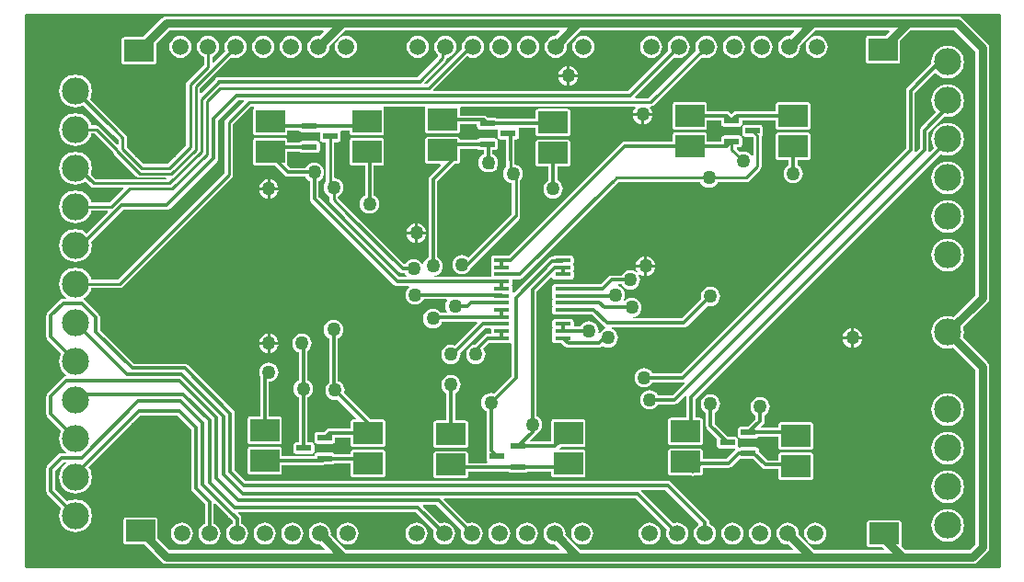
<source format=gtl>
G04 Layer_Physical_Order=1*
G04 Layer_Color=255*
%FSLAX23Y23*%
%MOIN*%
G70*
G01*
G75*
%ADD10R,0.106X0.079*%
%ADD11R,0.058X0.014*%
%ADD12R,0.056X0.022*%
%ADD13C,0.010*%
%ADD14C,0.012*%
%ADD15C,0.030*%
%ADD16C,0.098*%
%ADD17R,0.059X0.059*%
%ADD18C,0.059*%
%ADD19C,0.209*%
%ADD20C,0.050*%
G36*
X5416Y4312D02*
X1891D01*
Y6312D01*
X2398D01*
X2398Y6307D01*
X2391Y6306D01*
X2383Y6300D01*
X2315Y6232D01*
X2248D01*
X2244Y6231D01*
X2241Y6229D01*
X2238Y6226D01*
X2238Y6222D01*
Y6143D01*
X2238Y6139D01*
X2241Y6136D01*
X2244Y6133D01*
X2248Y6133D01*
X2354D01*
X2358Y6133D01*
X2361Y6136D01*
X2364Y6139D01*
X2364Y6143D01*
Y6210D01*
X2411Y6257D01*
X2968D01*
X2970Y6252D01*
X2954Y6236D01*
X2951Y6237D01*
X2941Y6236D01*
X2931Y6232D01*
X2923Y6225D01*
X2916Y6217D01*
X2912Y6207D01*
X2911Y6197D01*
X2912Y6187D01*
X2916Y6177D01*
X2923Y6169D01*
X2931Y6162D01*
X2941Y6158D01*
X2951Y6157D01*
X2961Y6158D01*
X2971Y6162D01*
X2979Y6169D01*
X2986Y6177D01*
X2990Y6187D01*
X2991Y6197D01*
X2990Y6200D01*
X3047Y6257D01*
X3823D01*
X3825Y6252D01*
X3810Y6237D01*
X3801Y6236D01*
X3791Y6232D01*
X3783Y6225D01*
X3776Y6217D01*
X3772Y6207D01*
X3771Y6197D01*
X3772Y6187D01*
X3776Y6177D01*
X3783Y6169D01*
X3791Y6162D01*
X3801Y6158D01*
X3811Y6157D01*
X3821Y6158D01*
X3831Y6162D01*
X3839Y6169D01*
X3846Y6177D01*
X3850Y6187D01*
X3851Y6197D01*
X3850Y6205D01*
X3902Y6257D01*
X4673D01*
X4675Y6252D01*
X4659Y6236D01*
X4656Y6237D01*
X4646Y6236D01*
X4636Y6232D01*
X4628Y6225D01*
X4621Y6217D01*
X4617Y6207D01*
X4616Y6197D01*
X4617Y6187D01*
X4621Y6177D01*
X4628Y6169D01*
X4636Y6162D01*
X4646Y6158D01*
X4656Y6157D01*
X4666Y6158D01*
X4676Y6162D01*
X4684Y6169D01*
X4691Y6177D01*
X4695Y6187D01*
X4696Y6197D01*
X4695Y6200D01*
X4752Y6257D01*
X5018D01*
X5020Y6252D01*
X5005Y6237D01*
X4943D01*
X4939Y6236D01*
X4936Y6234D01*
X4933Y6230D01*
X4933Y6226D01*
Y6148D01*
X4933Y6144D01*
X4936Y6141D01*
X4939Y6138D01*
X4943Y6138D01*
X5049D01*
X5053Y6138D01*
X5056Y6141D01*
X5059Y6144D01*
X5059Y6148D01*
Y6219D01*
X5097Y6257D01*
X5255D01*
X5331Y6181D01*
Y5298D01*
X5251Y5218D01*
X5243Y5220D01*
X5231Y5221D01*
X5219Y5220D01*
X5208Y5217D01*
X5198Y5211D01*
X5189Y5204D01*
X5182Y5195D01*
X5176Y5185D01*
X5173Y5174D01*
X5172Y5162D01*
X5173Y5150D01*
X5176Y5139D01*
X5182Y5129D01*
X5189Y5120D01*
X5198Y5113D01*
X5208Y5107D01*
X5219Y5104D01*
X5231Y5103D01*
X5243Y5104D01*
X5251Y5106D01*
X5331Y5026D01*
Y4393D01*
X5310Y4372D01*
X5077D01*
X5062Y4387D01*
X5064Y4389D01*
X5064Y4393D01*
Y4471D01*
X5064Y4475D01*
X5061Y4478D01*
X5058Y4481D01*
X5054Y4481D01*
X4948D01*
X4944Y4481D01*
X4941Y4478D01*
X4938Y4475D01*
X4938Y4471D01*
Y4393D01*
X4938Y4389D01*
X4941Y4385D01*
X4944Y4383D01*
X4948Y4382D01*
X4995D01*
X5000Y4377D01*
X4998Y4372D01*
X4747D01*
X4690Y4429D01*
X4691Y4432D01*
X4690Y4442D01*
X4686Y4452D01*
X4679Y4460D01*
X4671Y4467D01*
X4661Y4471D01*
X4651Y4472D01*
X4641Y4471D01*
X4631Y4467D01*
X4623Y4460D01*
X4616Y4452D01*
X4612Y4442D01*
X4611Y4432D01*
X4612Y4422D01*
X4616Y4412D01*
X4623Y4404D01*
X4631Y4397D01*
X4641Y4393D01*
X4651Y4392D01*
X4654Y4393D01*
X4670Y4377D01*
X4668Y4372D01*
X3902D01*
X3845Y4429D01*
X3846Y4432D01*
X3845Y4442D01*
X3841Y4452D01*
X3834Y4460D01*
X3826Y4467D01*
X3816Y4471D01*
X3806Y4472D01*
X3796Y4471D01*
X3786Y4467D01*
X3778Y4460D01*
X3771Y4452D01*
X3767Y4442D01*
X3766Y4432D01*
X3767Y4422D01*
X3771Y4412D01*
X3778Y4404D01*
X3786Y4397D01*
X3796Y4393D01*
X3806Y4392D01*
X3809Y4393D01*
X3825Y4377D01*
X3823Y4372D01*
X3052D01*
X2995Y4429D01*
X2996Y4432D01*
X2995Y4442D01*
X2991Y4452D01*
X2984Y4460D01*
X2976Y4467D01*
X2966Y4471D01*
X2956Y4472D01*
X2946Y4471D01*
X2936Y4467D01*
X2928Y4460D01*
X2921Y4452D01*
X2917Y4442D01*
X2916Y4432D01*
X2917Y4422D01*
X2921Y4412D01*
X2928Y4404D01*
X2936Y4397D01*
X2946Y4393D01*
X2956Y4392D01*
X2959Y4393D01*
X2975Y4377D01*
X2973Y4372D01*
X2411D01*
X2369Y4415D01*
Y4481D01*
X2369Y4485D01*
X2366Y4488D01*
X2363Y4491D01*
X2359Y4491D01*
X2253D01*
X2249Y4491D01*
X2246Y4488D01*
X2243Y4485D01*
X2243Y4481D01*
Y4403D01*
X2243Y4399D01*
X2246Y4395D01*
X2249Y4393D01*
X2253Y4392D01*
X2320D01*
X2383Y4329D01*
X2391Y4323D01*
X2401Y4322D01*
X5321D01*
X5331Y4323D01*
X5339Y4329D01*
X5374Y4364D01*
X5380Y4372D01*
X5381Y4382D01*
Y5037D01*
X5380Y5047D01*
X5374Y5055D01*
X5287Y5142D01*
X5289Y5150D01*
X5290Y5162D01*
X5289Y5174D01*
X5287Y5182D01*
X5374Y5269D01*
X5380Y5277D01*
X5381Y5287D01*
Y6192D01*
X5380Y6202D01*
X5374Y6210D01*
X5284Y6300D01*
X5276Y6306D01*
X5268Y6307D01*
X5269Y6312D01*
X5416D01*
Y4312D01*
D02*
G37*
%LPC*%
G36*
X5231Y4941D02*
X5219Y4940D01*
X5208Y4937D01*
X5198Y4931D01*
X5189Y4924D01*
X5182Y4915D01*
X5176Y4905D01*
X5173Y4894D01*
X5172Y4882D01*
X5173Y4870D01*
X5176Y4859D01*
X5182Y4849D01*
X5189Y4840D01*
X5198Y4833D01*
X5208Y4827D01*
X5219Y4824D01*
X5231Y4823D01*
X5243Y4824D01*
X5254Y4827D01*
X5264Y4833D01*
X5273Y4840D01*
X5280Y4849D01*
X5286Y4859D01*
X5289Y4870D01*
X5290Y4882D01*
X5289Y4894D01*
X5286Y4905D01*
X5280Y4915D01*
X5273Y4924D01*
X5264Y4931D01*
X5254Y4937D01*
X5243Y4940D01*
X5231Y4941D01*
D02*
G37*
G36*
X2766Y5117D02*
X2736D01*
X2737Y5113D01*
X2740Y5104D01*
X2746Y5097D01*
X2753Y5091D01*
X2762Y5088D01*
X2766Y5087D01*
Y5117D01*
D02*
G37*
G36*
X4881Y5137D02*
X4851D01*
X4852Y5133D01*
X4855Y5124D01*
X4861Y5117D01*
X4868Y5111D01*
X4877Y5108D01*
X4881Y5107D01*
Y5137D01*
D02*
G37*
G36*
X2806Y5117D02*
X2776D01*
Y5087D01*
X2780Y5088D01*
X2789Y5091D01*
X2796Y5097D01*
X2802Y5104D01*
X2805Y5113D01*
X2806Y5117D01*
D02*
G37*
G36*
X3431Y5007D02*
X3422Y5006D01*
X3413Y5003D01*
X3406Y4997D01*
X3400Y4990D01*
X3397Y4981D01*
X3396Y4972D01*
X3397Y4963D01*
X3400Y4954D01*
X3406Y4947D01*
X3413Y4941D01*
X3415Y4941D01*
Y4842D01*
X3378D01*
X3374Y4841D01*
X3371Y4839D01*
X3368Y4835D01*
X3368Y4831D01*
Y4753D01*
X3368Y4749D01*
X3371Y4746D01*
X3374Y4743D01*
X3378Y4743D01*
X3484D01*
X3488Y4743D01*
X3491Y4746D01*
X3494Y4749D01*
X3494Y4753D01*
Y4831D01*
X3494Y4835D01*
X3491Y4839D01*
X3488Y4841D01*
X3484Y4842D01*
X3447D01*
Y4941D01*
X3449Y4941D01*
X3456Y4947D01*
X3462Y4954D01*
X3465Y4963D01*
X3466Y4972D01*
X3465Y4981D01*
X3462Y4990D01*
X3456Y4997D01*
X3449Y5003D01*
X3440Y5006D01*
X3431Y5007D01*
D02*
G37*
G36*
X4551Y4927D02*
X4542Y4926D01*
X4533Y4923D01*
X4526Y4917D01*
X4520Y4910D01*
X4517Y4901D01*
X4516Y4892D01*
X4517Y4883D01*
X4520Y4874D01*
X4526Y4867D01*
X4533Y4861D01*
X4535Y4861D01*
Y4848D01*
X4507Y4821D01*
X4481D01*
X4477Y4820D01*
X4474Y4818D01*
X4472Y4814D01*
X4471Y4811D01*
Y4788D01*
X4472Y4785D01*
X4474Y4781D01*
X4477Y4779D01*
X4481Y4778D01*
X4537D01*
X4541Y4779D01*
X4544Y4781D01*
X4545Y4783D01*
X4618D01*
Y4748D01*
X4618Y4744D01*
X4621Y4741D01*
X4624Y4738D01*
X4628Y4738D01*
X4734D01*
X4738Y4738D01*
X4741Y4741D01*
X4744Y4744D01*
X4744Y4748D01*
Y4826D01*
X4744Y4830D01*
X4741Y4834D01*
X4738Y4836D01*
X4734Y4837D01*
X4628D01*
X4624Y4836D01*
X4621Y4834D01*
X4618Y4830D01*
X4618Y4826D01*
Y4816D01*
X4555D01*
X4553Y4820D01*
X4563Y4830D01*
X4566Y4835D01*
X4567Y4841D01*
Y4861D01*
X4569Y4861D01*
X4576Y4867D01*
X4582Y4874D01*
X4585Y4883D01*
X4586Y4892D01*
X4585Y4901D01*
X4582Y4910D01*
X4576Y4917D01*
X4569Y4923D01*
X4560Y4926D01*
X4551Y4927D01*
D02*
G37*
G36*
X2771Y5052D02*
X2762Y5051D01*
X2753Y5048D01*
X2746Y5042D01*
X2740Y5035D01*
X2737Y5026D01*
X2736Y5017D01*
X2737Y5008D01*
X2740Y5001D01*
Y4857D01*
X2703D01*
X2699Y4856D01*
X2696Y4854D01*
X2693Y4850D01*
X2693Y4846D01*
Y4768D01*
X2693Y4764D01*
X2696Y4761D01*
X2699Y4758D01*
X2703Y4758D01*
X2809D01*
X2813Y4758D01*
X2816Y4761D01*
X2819Y4764D01*
X2819Y4768D01*
Y4846D01*
X2819Y4850D01*
X2816Y4854D01*
X2813Y4856D01*
X2809Y4857D01*
X2772D01*
Y4982D01*
X2780Y4983D01*
X2789Y4986D01*
X2796Y4992D01*
X2802Y4999D01*
X2805Y5008D01*
X2806Y5017D01*
X2805Y5026D01*
X2802Y5035D01*
X2796Y5042D01*
X2789Y5048D01*
X2780Y5051D01*
X2771Y5052D01*
D02*
G37*
G36*
X3006Y5207D02*
X2997Y5206D01*
X2988Y5203D01*
X2981Y5197D01*
X2975Y5190D01*
X2972Y5181D01*
X2971Y5172D01*
X2972Y5163D01*
X2975Y5154D01*
X2981Y5147D01*
X2988Y5141D01*
X2990Y5141D01*
Y4980D01*
X2986Y4977D01*
X2980Y4970D01*
X2977Y4961D01*
X2976Y4952D01*
X2977Y4943D01*
X2980Y4934D01*
X2986Y4927D01*
X2993Y4921D01*
X3002Y4918D01*
X3011Y4917D01*
X3020Y4918D01*
X3021Y4918D01*
X3089Y4851D01*
X3087Y4847D01*
X3078D01*
X3074Y4846D01*
X3071Y4844D01*
X3068Y4840D01*
X3068Y4836D01*
Y4813D01*
X2992D01*
X2985Y4812D01*
X2980Y4809D01*
X2972Y4801D01*
X2946D01*
X2942Y4800D01*
X2939Y4798D01*
X2937Y4794D01*
X2936Y4791D01*
Y4768D01*
X2937Y4765D01*
X2939Y4761D01*
X2942Y4759D01*
X2946Y4758D01*
X3002D01*
X3006Y4759D01*
X3009Y4761D01*
X3011Y4765D01*
X3012Y4768D01*
Y4781D01*
X3068D01*
Y4758D01*
X3068Y4754D01*
X3071Y4751D01*
X3074Y4748D01*
X3078Y4748D01*
X3184D01*
X3188Y4748D01*
X3191Y4751D01*
X3194Y4754D01*
X3194Y4758D01*
Y4836D01*
X3194Y4840D01*
X3191Y4844D01*
X3188Y4846D01*
X3184Y4847D01*
X3139D01*
X3045Y4942D01*
X3045Y4943D01*
X3046Y4952D01*
X3045Y4961D01*
X3042Y4970D01*
X3036Y4977D01*
X3029Y4983D01*
X3022Y4985D01*
Y5141D01*
X3024Y5141D01*
X3031Y5147D01*
X3037Y5154D01*
X3040Y5163D01*
X3041Y5172D01*
X3040Y5181D01*
X3037Y5190D01*
X3031Y5197D01*
X3024Y5203D01*
X3015Y5206D01*
X3006Y5207D01*
D02*
G37*
G36*
X4171Y5397D02*
X4141D01*
Y5367D01*
X4145Y5368D01*
X4154Y5371D01*
X4161Y5377D01*
X4167Y5384D01*
X4170Y5393D01*
X4171Y5397D01*
D02*
G37*
G36*
X4891Y5177D02*
Y5147D01*
X4921D01*
X4920Y5151D01*
X4917Y5160D01*
X4911Y5167D01*
X4904Y5173D01*
X4895Y5176D01*
X4891Y5177D01*
D02*
G37*
G36*
X5231Y5501D02*
X5219Y5500D01*
X5208Y5497D01*
X5198Y5491D01*
X5189Y5484D01*
X5182Y5475D01*
X5176Y5465D01*
X5173Y5454D01*
X5172Y5442D01*
X5173Y5430D01*
X5176Y5419D01*
X5182Y5409D01*
X5189Y5400D01*
X5198Y5393D01*
X5208Y5387D01*
X5219Y5384D01*
X5231Y5383D01*
X5243Y5384D01*
X5254Y5387D01*
X5264Y5393D01*
X5273Y5400D01*
X5280Y5409D01*
X5286Y5419D01*
X5289Y5430D01*
X5290Y5442D01*
X5289Y5454D01*
X5286Y5465D01*
X5280Y5475D01*
X5273Y5484D01*
X5264Y5491D01*
X5254Y5497D01*
X5243Y5500D01*
X5231Y5501D01*
D02*
G37*
G36*
X4131Y5397D02*
X4101D01*
X4102Y5393D01*
X4105Y5384D01*
X4107Y5383D01*
X4103Y5379D01*
X4099Y5383D01*
X4090Y5386D01*
X4081Y5387D01*
X4072Y5386D01*
X4063Y5383D01*
X4056Y5377D01*
X4050Y5370D01*
X4050Y5368D01*
X4013D01*
X4007Y5367D01*
X4001Y5364D01*
X3975Y5337D01*
X3870D01*
X3870Y5337D01*
X3866Y5338D01*
X3808D01*
X3804Y5337D01*
X3801Y5335D01*
X3799Y5331D01*
X3798Y5327D01*
Y5313D01*
X3799Y5309D01*
X3800Y5308D01*
X3799Y5306D01*
X3798Y5302D01*
Y5288D01*
X3799Y5284D01*
X3800Y5282D01*
X3799Y5280D01*
X3798Y5276D01*
Y5262D01*
X3799Y5258D01*
X3800Y5256D01*
X3799Y5255D01*
X3798Y5251D01*
Y5237D01*
X3799Y5233D01*
X3801Y5229D01*
X3804Y5227D01*
X3808Y5226D01*
X3866D01*
X3870Y5227D01*
X3870Y5227D01*
X3943D01*
X3985Y5184D01*
X3991Y5181D01*
X3991Y5181D01*
X3991Y5178D01*
X3991Y5176D01*
X3983Y5173D01*
X3976Y5167D01*
X3970Y5160D01*
X3970Y5159D01*
X3965Y5160D01*
X3966Y5167D01*
X3965Y5176D01*
X3961Y5184D01*
X3956Y5192D01*
X3948Y5197D01*
X3940Y5201D01*
X3931Y5202D01*
X3922Y5201D01*
X3913Y5197D01*
X3906Y5192D01*
X3900Y5184D01*
X3900Y5183D01*
X3878D01*
X3876Y5185D01*
Y5199D01*
X3875Y5203D01*
X3873Y5207D01*
X3870Y5209D01*
X3866Y5210D01*
X3808D01*
X3804Y5209D01*
X3801Y5207D01*
X3799Y5203D01*
X3798Y5199D01*
Y5185D01*
X3799Y5182D01*
X3800Y5180D01*
X3799Y5178D01*
X3798Y5174D01*
Y5160D01*
X3799Y5156D01*
X3800Y5154D01*
X3799Y5152D01*
X3798Y5148D01*
Y5134D01*
X3799Y5130D01*
X3801Y5127D01*
X3804Y5125D01*
X3808Y5124D01*
X3831D01*
X3845Y5110D01*
X3850Y5107D01*
X3856Y5106D01*
X3966D01*
X3972Y5107D01*
X3978Y5110D01*
X3981Y5114D01*
X3983Y5111D01*
X3992Y5108D01*
X4001Y5107D01*
X4010Y5108D01*
X4019Y5111D01*
X4026Y5117D01*
X4032Y5124D01*
X4035Y5133D01*
X4036Y5142D01*
X4035Y5151D01*
X4032Y5160D01*
X4026Y5167D01*
X4019Y5173D01*
X4014Y5175D01*
X4015Y5180D01*
X4275D01*
X4281Y5181D01*
X4287Y5184D01*
X4361Y5258D01*
X4362Y5258D01*
X4371Y5257D01*
X4380Y5258D01*
X4389Y5261D01*
X4396Y5267D01*
X4402Y5274D01*
X4405Y5283D01*
X4406Y5292D01*
X4405Y5301D01*
X4402Y5310D01*
X4396Y5317D01*
X4389Y5323D01*
X4380Y5326D01*
X4371Y5327D01*
X4362Y5326D01*
X4353Y5323D01*
X4346Y5317D01*
X4340Y5310D01*
X4337Y5301D01*
X4336Y5292D01*
X4337Y5283D01*
X4337Y5282D01*
X4268Y5212D01*
X4091D01*
X4091Y5217D01*
X4095Y5218D01*
X4104Y5221D01*
X4111Y5227D01*
X4117Y5234D01*
X4120Y5243D01*
X4121Y5252D01*
X4120Y5261D01*
X4117Y5270D01*
X4111Y5277D01*
X4104Y5283D01*
X4095Y5286D01*
X4086Y5287D01*
X4077Y5286D01*
X4068Y5283D01*
X4061Y5277D01*
X4061Y5276D01*
X4057Y5279D01*
X4060Y5288D01*
X4061Y5297D01*
X4060Y5306D01*
X4057Y5315D01*
X4051Y5322D01*
X4044Y5328D01*
X4036Y5331D01*
X4037Y5336D01*
X4050D01*
X4050Y5334D01*
X4056Y5327D01*
X4063Y5321D01*
X4072Y5318D01*
X4081Y5317D01*
X4090Y5318D01*
X4099Y5321D01*
X4106Y5327D01*
X4112Y5334D01*
X4115Y5343D01*
X4116Y5352D01*
X4115Y5361D01*
X4112Y5370D01*
X4110Y5371D01*
X4114Y5375D01*
X4118Y5371D01*
X4127Y5368D01*
X4131Y5367D01*
Y5397D01*
D02*
G37*
G36*
X2766Y5157D02*
X2762Y5156D01*
X2753Y5153D01*
X2746Y5147D01*
X2740Y5140D01*
X2737Y5131D01*
X2736Y5127D01*
X2766D01*
Y5157D01*
D02*
G37*
G36*
X4921Y5137D02*
X4891D01*
Y5107D01*
X4895Y5108D01*
X4904Y5111D01*
X4911Y5117D01*
X4917Y5124D01*
X4920Y5133D01*
X4921Y5137D01*
D02*
G37*
G36*
X4881Y5177D02*
X4877Y5176D01*
X4868Y5173D01*
X4861Y5167D01*
X4855Y5160D01*
X4852Y5151D01*
X4851Y5147D01*
X4881D01*
Y5177D01*
D02*
G37*
G36*
X2776Y5157D02*
Y5127D01*
X2806D01*
X2805Y5131D01*
X2802Y5140D01*
X2796Y5147D01*
X2789Y5153D01*
X2780Y5156D01*
X2776Y5157D01*
D02*
G37*
G36*
X2891Y5157D02*
X2882Y5156D01*
X2873Y5153D01*
X2866Y5147D01*
X2860Y5140D01*
X2857Y5131D01*
X2856Y5122D01*
X2857Y5113D01*
X2860Y5104D01*
X2866Y5097D01*
X2873Y5091D01*
X2880Y5089D01*
Y4988D01*
X2878Y4988D01*
X2871Y4982D01*
X2865Y4975D01*
X2862Y4966D01*
X2861Y4957D01*
X2862Y4948D01*
X2865Y4939D01*
X2871Y4932D01*
X2878Y4926D01*
X2880Y4926D01*
Y4763D01*
X2870D01*
X2866Y4762D01*
X2863Y4760D01*
X2861Y4757D01*
X2860Y4753D01*
Y4731D01*
X2861Y4727D01*
X2863Y4724D01*
X2866Y4722D01*
X2870Y4721D01*
X2926D01*
X2930Y4722D01*
X2933Y4724D01*
X2935Y4727D01*
X2936Y4731D01*
Y4753D01*
X2935Y4757D01*
X2933Y4760D01*
X2930Y4762D01*
X2926Y4763D01*
X2912D01*
Y4926D01*
X2914Y4926D01*
X2921Y4932D01*
X2927Y4939D01*
X2930Y4948D01*
X2931Y4957D01*
X2930Y4966D01*
X2927Y4975D01*
X2921Y4982D01*
X2914Y4988D01*
X2912Y4988D01*
Y5094D01*
X2916Y5097D01*
X2922Y5104D01*
X2925Y5113D01*
X2926Y5122D01*
X2925Y5131D01*
X2922Y5140D01*
X2916Y5147D01*
X2909Y5153D01*
X2900Y5156D01*
X2891Y5157D01*
D02*
G37*
G36*
X3606Y4472D02*
X3596Y4471D01*
X3586Y4467D01*
X3578Y4460D01*
X3571Y4452D01*
X3567Y4442D01*
X3566Y4432D01*
X3567Y4422D01*
X3571Y4412D01*
X3578Y4404D01*
X3586Y4397D01*
X3596Y4393D01*
X3606Y4392D01*
X3616Y4393D01*
X3626Y4397D01*
X3634Y4404D01*
X3641Y4412D01*
X3645Y4422D01*
X3646Y4432D01*
X3645Y4442D01*
X3641Y4452D01*
X3634Y4460D01*
X3626Y4467D01*
X3616Y4471D01*
X3606Y4472D01*
D02*
G37*
G36*
X3306D02*
X3296Y4471D01*
X3286Y4467D01*
X3278Y4460D01*
X3271Y4452D01*
X3267Y4442D01*
X3266Y4432D01*
X3267Y4422D01*
X3271Y4412D01*
X3278Y4404D01*
X3286Y4397D01*
X3296Y4393D01*
X3306Y4392D01*
X3316Y4393D01*
X3326Y4397D01*
X3334Y4404D01*
X3341Y4412D01*
X3345Y4422D01*
X3346Y4432D01*
X3345Y4442D01*
X3341Y4452D01*
X3334Y4460D01*
X3326Y4467D01*
X3316Y4471D01*
X3306Y4472D01*
D02*
G37*
G36*
X3906D02*
X3896Y4471D01*
X3886Y4467D01*
X3878Y4460D01*
X3871Y4452D01*
X3867Y4442D01*
X3866Y4432D01*
X3867Y4422D01*
X3871Y4412D01*
X3878Y4404D01*
X3886Y4397D01*
X3896Y4393D01*
X3906Y4392D01*
X3916Y4393D01*
X3926Y4397D01*
X3934Y4404D01*
X3941Y4412D01*
X3945Y4422D01*
X3946Y4432D01*
X3945Y4442D01*
X3941Y4452D01*
X3934Y4460D01*
X3926Y4467D01*
X3916Y4471D01*
X3906Y4472D01*
D02*
G37*
G36*
X3706D02*
X3696Y4471D01*
X3686Y4467D01*
X3678Y4460D01*
X3671Y4452D01*
X3667Y4442D01*
X3666Y4432D01*
X3667Y4422D01*
X3671Y4412D01*
X3678Y4404D01*
X3686Y4397D01*
X3696Y4393D01*
X3706Y4392D01*
X3716Y4393D01*
X3726Y4397D01*
X3734Y4404D01*
X3741Y4412D01*
X3745Y4422D01*
X3746Y4432D01*
X3745Y4442D01*
X3741Y4452D01*
X3734Y4460D01*
X3726Y4467D01*
X3716Y4471D01*
X3706Y4472D01*
D02*
G37*
G36*
X2756D02*
X2746Y4471D01*
X2736Y4467D01*
X2728Y4460D01*
X2721Y4452D01*
X2717Y4442D01*
X2716Y4432D01*
X2717Y4422D01*
X2721Y4412D01*
X2728Y4404D01*
X2736Y4397D01*
X2746Y4393D01*
X2756Y4392D01*
X2766Y4393D01*
X2776Y4397D01*
X2784Y4404D01*
X2791Y4412D01*
X2795Y4422D01*
X2796Y4432D01*
X2795Y4442D01*
X2791Y4452D01*
X2784Y4460D01*
X2776Y4467D01*
X2766Y4471D01*
X2756Y4472D01*
D02*
G37*
G36*
X2456D02*
X2446Y4471D01*
X2436Y4467D01*
X2428Y4460D01*
X2421Y4452D01*
X2417Y4442D01*
X2416Y4432D01*
X2417Y4422D01*
X2421Y4412D01*
X2428Y4404D01*
X2436Y4397D01*
X2446Y4393D01*
X2456Y4392D01*
X2466Y4393D01*
X2476Y4397D01*
X2484Y4404D01*
X2491Y4412D01*
X2495Y4422D01*
X2496Y4432D01*
X2495Y4442D01*
X2491Y4452D01*
X2484Y4460D01*
X2476Y4467D01*
X2466Y4471D01*
X2456Y4472D01*
D02*
G37*
G36*
X3056D02*
X3046Y4471D01*
X3036Y4467D01*
X3028Y4460D01*
X3021Y4452D01*
X3017Y4442D01*
X3016Y4432D01*
X3017Y4422D01*
X3021Y4412D01*
X3028Y4404D01*
X3036Y4397D01*
X3046Y4393D01*
X3056Y4392D01*
X3066Y4393D01*
X3076Y4397D01*
X3084Y4404D01*
X3091Y4412D01*
X3095Y4422D01*
X3096Y4432D01*
X3095Y4442D01*
X3091Y4452D01*
X3084Y4460D01*
X3076Y4467D01*
X3066Y4471D01*
X3056Y4472D01*
D02*
G37*
G36*
X2856D02*
X2846Y4471D01*
X2836Y4467D01*
X2828Y4460D01*
X2821Y4452D01*
X2817Y4442D01*
X2816Y4432D01*
X2817Y4422D01*
X2821Y4412D01*
X2828Y4404D01*
X2836Y4397D01*
X2846Y4393D01*
X2856Y4392D01*
X2866Y4393D01*
X2876Y4397D01*
X2884Y4404D01*
X2891Y4412D01*
X2895Y4422D01*
X2896Y4432D01*
X2895Y4442D01*
X2891Y4452D01*
X2884Y4460D01*
X2876Y4467D01*
X2866Y4471D01*
X2856Y4472D01*
D02*
G37*
G36*
X4151D02*
X4141Y4471D01*
X4131Y4467D01*
X4123Y4460D01*
X4116Y4452D01*
X4112Y4442D01*
X4111Y4432D01*
X4112Y4422D01*
X4116Y4412D01*
X4123Y4404D01*
X4131Y4397D01*
X4141Y4393D01*
X4151Y4392D01*
X4161Y4393D01*
X4171Y4397D01*
X4179Y4404D01*
X4186Y4412D01*
X4190Y4422D01*
X4191Y4432D01*
X4190Y4442D01*
X4186Y4452D01*
X4179Y4460D01*
X4171Y4467D01*
X4161Y4471D01*
X4151Y4472D01*
D02*
G37*
G36*
X2809Y4746D02*
X2703D01*
X2699Y4746D01*
X2696Y4743D01*
X2693Y4740D01*
X2693Y4736D01*
Y4658D01*
X2693Y4654D01*
X2696Y4650D01*
X2699Y4648D01*
X2703Y4647D01*
X2809D01*
X2813Y4648D01*
X2816Y4650D01*
X2819Y4654D01*
X2819Y4658D01*
Y4681D01*
X2966D01*
X2973Y4682D01*
X2975Y4683D01*
X3002D01*
X3006Y4684D01*
X3009Y4686D01*
X3010Y4688D01*
X3068D01*
Y4648D01*
X3068Y4644D01*
X3071Y4640D01*
X3074Y4638D01*
X3078Y4637D01*
X3184D01*
X3188Y4638D01*
X3191Y4640D01*
X3194Y4644D01*
X3194Y4648D01*
Y4726D01*
X3194Y4730D01*
X3191Y4733D01*
X3188Y4736D01*
X3184Y4736D01*
X3078D01*
X3074Y4736D01*
X3071Y4733D01*
X3068Y4730D01*
X3068Y4726D01*
Y4721D01*
X3010D01*
X3009Y4723D01*
X3006Y4725D01*
X3002Y4726D01*
X2946D01*
X2942Y4725D01*
X2939Y4723D01*
X2937Y4719D01*
X2936Y4715D01*
Y4713D01*
X2819D01*
Y4736D01*
X2819Y4740D01*
X2816Y4743D01*
X2813Y4746D01*
X2809Y4746D01*
D02*
G37*
G36*
X5231Y4661D02*
X5219Y4660D01*
X5208Y4657D01*
X5198Y4651D01*
X5189Y4644D01*
X5182Y4635D01*
X5176Y4625D01*
X5173Y4614D01*
X5172Y4602D01*
X5173Y4590D01*
X5176Y4579D01*
X5182Y4569D01*
X5189Y4560D01*
X5198Y4553D01*
X5208Y4547D01*
X5219Y4544D01*
X5231Y4543D01*
X5243Y4544D01*
X5254Y4547D01*
X5264Y4553D01*
X5273Y4560D01*
X5280Y4569D01*
X5286Y4579D01*
X5289Y4590D01*
X5290Y4602D01*
X5289Y4614D01*
X5286Y4625D01*
X5280Y4635D01*
X5273Y4644D01*
X5264Y4651D01*
X5254Y4657D01*
X5243Y4660D01*
X5231Y4661D01*
D02*
G37*
G36*
X4371Y4937D02*
X4362Y4936D01*
X4353Y4933D01*
X4346Y4927D01*
X4340Y4920D01*
X4337Y4911D01*
X4336Y4902D01*
X4337Y4893D01*
X4340Y4884D01*
X4346Y4877D01*
X4353Y4871D01*
X4355Y4871D01*
Y4824D01*
X4356Y4818D01*
X4359Y4812D01*
X4395Y4776D01*
X4395Y4773D01*
Y4751D01*
X4396Y4747D01*
X4398Y4744D01*
X4401Y4742D01*
X4405Y4741D01*
X4460D01*
X4461Y4738D01*
X4462Y4737D01*
X4462Y4736D01*
X4429Y4703D01*
X4344D01*
Y4731D01*
X4344Y4735D01*
X4341Y4738D01*
X4338Y4741D01*
X4334Y4741D01*
X4228D01*
X4224Y4741D01*
X4221Y4738D01*
X4218Y4735D01*
X4218Y4731D01*
Y4653D01*
X4218Y4649D01*
X4221Y4645D01*
X4224Y4643D01*
X4228Y4642D01*
X4299D01*
X4300Y4642D01*
X4306Y4641D01*
X4312Y4642D01*
X4313Y4642D01*
X4334D01*
X4338Y4643D01*
X4341Y4645D01*
X4344Y4649D01*
X4344Y4653D01*
Y4671D01*
X4436D01*
X4442Y4672D01*
X4448Y4675D01*
X4477Y4704D01*
X4477Y4704D01*
X4481Y4703D01*
X4527D01*
X4559Y4670D01*
X4565Y4667D01*
X4571Y4666D01*
X4618D01*
Y4638D01*
X4618Y4634D01*
X4621Y4630D01*
X4624Y4628D01*
X4628Y4627D01*
X4734D01*
X4738Y4628D01*
X4741Y4630D01*
X4744Y4634D01*
X4744Y4638D01*
Y4716D01*
X4744Y4720D01*
X4741Y4723D01*
X4738Y4726D01*
X4734Y4726D01*
X4628D01*
X4624Y4726D01*
X4621Y4723D01*
X4618Y4720D01*
X4618Y4716D01*
Y4698D01*
X4578D01*
X4547Y4729D01*
Y4735D01*
X4546Y4739D01*
X4544Y4743D01*
X4541Y4745D01*
X4537Y4746D01*
X4481D01*
X4477Y4745D01*
X4475Y4744D01*
X4474Y4744D01*
X4474Y4745D01*
X4471Y4749D01*
X4471Y4751D01*
Y4773D01*
X4470Y4777D01*
X4468Y4780D01*
X4465Y4782D01*
X4461Y4783D01*
X4435D01*
X4387Y4831D01*
Y4871D01*
X4389Y4871D01*
X4396Y4877D01*
X4402Y4884D01*
X4405Y4893D01*
X4406Y4902D01*
X4405Y4911D01*
X4402Y4920D01*
X4396Y4927D01*
X4389Y4933D01*
X4380Y4936D01*
X4371Y4937D01*
D02*
G37*
G36*
X5231Y4801D02*
X5219Y4800D01*
X5208Y4797D01*
X5198Y4791D01*
X5189Y4784D01*
X5182Y4775D01*
X5176Y4765D01*
X5173Y4754D01*
X5172Y4742D01*
X5173Y4730D01*
X5176Y4719D01*
X5182Y4709D01*
X5189Y4700D01*
X5198Y4693D01*
X5208Y4687D01*
X5219Y4684D01*
X5231Y4683D01*
X5243Y4684D01*
X5254Y4687D01*
X5264Y4693D01*
X5273Y4700D01*
X5280Y4709D01*
X5286Y4719D01*
X5289Y4730D01*
X5290Y4742D01*
X5289Y4754D01*
X5286Y4765D01*
X5280Y4775D01*
X5273Y4784D01*
X5264Y4791D01*
X5254Y4797D01*
X5243Y4800D01*
X5231Y4801D01*
D02*
G37*
G36*
X4551Y4472D02*
X4541Y4471D01*
X4531Y4467D01*
X4523Y4460D01*
X4516Y4452D01*
X4512Y4442D01*
X4511Y4432D01*
X4512Y4422D01*
X4516Y4412D01*
X4523Y4404D01*
X4531Y4397D01*
X4541Y4393D01*
X4551Y4392D01*
X4561Y4393D01*
X4571Y4397D01*
X4579Y4404D01*
X4586Y4412D01*
X4590Y4422D01*
X4591Y4432D01*
X4590Y4442D01*
X4586Y4452D01*
X4579Y4460D01*
X4571Y4467D01*
X4561Y4471D01*
X4551Y4472D01*
D02*
G37*
G36*
X4451D02*
X4441Y4471D01*
X4431Y4467D01*
X4423Y4460D01*
X4416Y4452D01*
X4412Y4442D01*
X4411Y4432D01*
X4412Y4422D01*
X4416Y4412D01*
X4423Y4404D01*
X4431Y4397D01*
X4441Y4393D01*
X4451Y4392D01*
X4461Y4393D01*
X4471Y4397D01*
X4479Y4404D01*
X4486Y4412D01*
X4490Y4422D01*
X4491Y4432D01*
X4490Y4442D01*
X4486Y4452D01*
X4479Y4460D01*
X4471Y4467D01*
X4461Y4471D01*
X4451Y4472D01*
D02*
G37*
G36*
X5231Y4521D02*
X5219Y4520D01*
X5208Y4517D01*
X5198Y4511D01*
X5189Y4504D01*
X5182Y4495D01*
X5176Y4485D01*
X5173Y4474D01*
X5172Y4462D01*
X5173Y4450D01*
X5176Y4439D01*
X5182Y4429D01*
X5189Y4420D01*
X5198Y4413D01*
X5208Y4407D01*
X5219Y4404D01*
X5231Y4403D01*
X5243Y4404D01*
X5254Y4407D01*
X5264Y4413D01*
X5273Y4420D01*
X5280Y4429D01*
X5286Y4439D01*
X5289Y4450D01*
X5290Y4462D01*
X5289Y4474D01*
X5286Y4485D01*
X5280Y4495D01*
X5273Y4504D01*
X5264Y4511D01*
X5254Y4517D01*
X5243Y4520D01*
X5231Y4521D01*
D02*
G37*
G36*
X4751Y4472D02*
X4741Y4471D01*
X4731Y4467D01*
X4723Y4460D01*
X4716Y4452D01*
X4712Y4442D01*
X4711Y4432D01*
X4712Y4422D01*
X4716Y4412D01*
X4723Y4404D01*
X4731Y4397D01*
X4741Y4393D01*
X4751Y4392D01*
X4761Y4393D01*
X4771Y4397D01*
X4779Y4404D01*
X4786Y4412D01*
X4790Y4422D01*
X4791Y4432D01*
X4790Y4442D01*
X4786Y4452D01*
X4779Y4460D01*
X4771Y4467D01*
X4761Y4471D01*
X4751Y4472D01*
D02*
G37*
G36*
X4131Y5437D02*
X4127Y5436D01*
X4118Y5433D01*
X4111Y5427D01*
X4105Y5420D01*
X4102Y5411D01*
X4101Y5407D01*
X4131D01*
Y5437D01*
D02*
G37*
G36*
X2751Y6237D02*
X2741Y6236D01*
X2731Y6232D01*
X2723Y6225D01*
X2716Y6217D01*
X2712Y6207D01*
X2711Y6197D01*
X2712Y6187D01*
X2716Y6177D01*
X2723Y6169D01*
X2731Y6162D01*
X2741Y6158D01*
X2751Y6157D01*
X2761Y6158D01*
X2771Y6162D01*
X2779Y6169D01*
X2786Y6177D01*
X2790Y6187D01*
X2791Y6197D01*
X2790Y6207D01*
X2786Y6217D01*
X2779Y6225D01*
X2771Y6232D01*
X2761Y6236D01*
X2751Y6237D01*
D02*
G37*
G36*
X2451D02*
X2441Y6236D01*
X2431Y6232D01*
X2423Y6225D01*
X2416Y6217D01*
X2412Y6207D01*
X2411Y6197D01*
X2412Y6187D01*
X2416Y6177D01*
X2423Y6169D01*
X2431Y6162D01*
X2441Y6158D01*
X2451Y6157D01*
X2461Y6158D01*
X2471Y6162D01*
X2479Y6169D01*
X2486Y6177D01*
X2490Y6187D01*
X2491Y6197D01*
X2490Y6207D01*
X2486Y6217D01*
X2479Y6225D01*
X2471Y6232D01*
X2461Y6236D01*
X2451Y6237D01*
D02*
G37*
G36*
X3051D02*
X3041Y6236D01*
X3031Y6232D01*
X3023Y6225D01*
X3016Y6217D01*
X3012Y6207D01*
X3011Y6197D01*
X3012Y6187D01*
X3016Y6177D01*
X3023Y6169D01*
X3031Y6162D01*
X3041Y6158D01*
X3051Y6157D01*
X3061Y6158D01*
X3071Y6162D01*
X3079Y6169D01*
X3086Y6177D01*
X3090Y6187D01*
X3091Y6197D01*
X3090Y6207D01*
X3086Y6217D01*
X3079Y6225D01*
X3071Y6232D01*
X3061Y6236D01*
X3051Y6237D01*
D02*
G37*
G36*
X2851D02*
X2841Y6236D01*
X2831Y6232D01*
X2823Y6225D01*
X2816Y6217D01*
X2812Y6207D01*
X2811Y6197D01*
X2812Y6187D01*
X2816Y6177D01*
X2823Y6169D01*
X2831Y6162D01*
X2841Y6158D01*
X2851Y6157D01*
X2861Y6158D01*
X2871Y6162D01*
X2879Y6169D01*
X2886Y6177D01*
X2890Y6187D01*
X2891Y6197D01*
X2890Y6207D01*
X2886Y6217D01*
X2879Y6225D01*
X2871Y6232D01*
X2861Y6236D01*
X2851Y6237D01*
D02*
G37*
G36*
X5231Y6201D02*
X5219Y6200D01*
X5208Y6197D01*
X5198Y6191D01*
X5189Y6184D01*
X5182Y6175D01*
X5176Y6165D01*
X5173Y6154D01*
X5172Y6142D01*
X5172Y6136D01*
X5084Y6049D01*
X5081Y6043D01*
X5080Y6037D01*
Y5829D01*
X4264Y5013D01*
X4162D01*
X4162Y5015D01*
X4156Y5022D01*
X4149Y5028D01*
X4140Y5031D01*
X4131Y5032D01*
X4122Y5031D01*
X4113Y5028D01*
X4106Y5022D01*
X4100Y5015D01*
X4097Y5006D01*
X4096Y4997D01*
X4097Y4988D01*
X4100Y4979D01*
X4106Y4972D01*
X4113Y4966D01*
X4122Y4963D01*
X4131Y4962D01*
X4140Y4963D01*
X4149Y4966D01*
X4156Y4972D01*
X4162Y4979D01*
X4162Y4981D01*
X4271D01*
X4275Y4982D01*
X4278Y4977D01*
X4234Y4933D01*
X4182D01*
X4182Y4935D01*
X4176Y4942D01*
X4169Y4948D01*
X4160Y4951D01*
X4151Y4952D01*
X4142Y4951D01*
X4133Y4948D01*
X4126Y4942D01*
X4120Y4935D01*
X4117Y4926D01*
X4116Y4917D01*
X4117Y4908D01*
X4120Y4899D01*
X4126Y4892D01*
X4133Y4886D01*
X4142Y4883D01*
X4151Y4882D01*
X4160Y4883D01*
X4169Y4886D01*
X4176Y4892D01*
X4182Y4899D01*
X4182Y4901D01*
X4241D01*
X4247Y4902D01*
X4253Y4905D01*
X4280Y4933D01*
X4284Y4930D01*
X4284Y4926D01*
Y4852D01*
X4228D01*
X4224Y4851D01*
X4221Y4849D01*
X4218Y4845D01*
X4218Y4841D01*
Y4763D01*
X4218Y4759D01*
X4221Y4756D01*
X4224Y4753D01*
X4228Y4753D01*
X4334D01*
X4338Y4753D01*
X4341Y4756D01*
X4344Y4759D01*
X4344Y4763D01*
Y4841D01*
X4344Y4845D01*
X4341Y4849D01*
X4338Y4851D01*
X4334Y4852D01*
X4316D01*
Y4919D01*
X5206Y5808D01*
X5208Y5807D01*
X5219Y5804D01*
X5231Y5803D01*
X5243Y5804D01*
X5254Y5807D01*
X5264Y5813D01*
X5273Y5820D01*
X5280Y5829D01*
X5286Y5839D01*
X5289Y5850D01*
X5290Y5862D01*
X5289Y5874D01*
X5286Y5885D01*
X5280Y5895D01*
X5273Y5904D01*
X5264Y5911D01*
X5254Y5917D01*
X5243Y5920D01*
X5231Y5921D01*
X5219Y5920D01*
X5208Y5917D01*
X5198Y5911D01*
X5189Y5904D01*
X5182Y5895D01*
X5176Y5885D01*
X5173Y5874D01*
X5172Y5862D01*
X5173Y5850D01*
X5176Y5839D01*
X5181Y5830D01*
X5166Y5815D01*
X5161Y5818D01*
X5162Y5822D01*
Y5887D01*
X5219Y5944D01*
X5219Y5944D01*
X5231Y5943D01*
X5243Y5944D01*
X5254Y5947D01*
X5264Y5953D01*
X5273Y5960D01*
X5280Y5969D01*
X5286Y5979D01*
X5289Y5990D01*
X5290Y6002D01*
X5289Y6014D01*
X5286Y6025D01*
X5280Y6035D01*
X5273Y6044D01*
X5264Y6051D01*
X5254Y6057D01*
X5243Y6060D01*
X5231Y6061D01*
X5219Y6060D01*
X5208Y6057D01*
X5198Y6051D01*
X5189Y6044D01*
X5182Y6035D01*
X5176Y6025D01*
X5173Y6014D01*
X5172Y6002D01*
X5173Y5990D01*
X5176Y5979D01*
X5182Y5969D01*
X5189Y5960D01*
X5189Y5960D01*
X5134Y5905D01*
X5131Y5900D01*
X5130Y5894D01*
Y5829D01*
X5116Y5815D01*
X5111Y5818D01*
X5112Y5822D01*
Y6030D01*
X5183Y6101D01*
X5188Y6101D01*
X5189Y6100D01*
X5198Y6093D01*
X5208Y6087D01*
X5219Y6084D01*
X5231Y6083D01*
X5243Y6084D01*
X5254Y6087D01*
X5264Y6093D01*
X5273Y6100D01*
X5280Y6109D01*
X5286Y6119D01*
X5289Y6130D01*
X5290Y6142D01*
X5289Y6154D01*
X5286Y6165D01*
X5280Y6175D01*
X5273Y6184D01*
X5264Y6191D01*
X5254Y6197D01*
X5243Y6200D01*
X5231Y6201D01*
D02*
G37*
G36*
X3891Y6087D02*
X3861D01*
Y6057D01*
X3865Y6058D01*
X3874Y6061D01*
X3881Y6067D01*
X3887Y6074D01*
X3890Y6083D01*
X3891Y6087D01*
D02*
G37*
G36*
X3861Y6127D02*
Y6097D01*
X3891D01*
X3890Y6101D01*
X3887Y6110D01*
X3881Y6117D01*
X3874Y6123D01*
X3865Y6126D01*
X3861Y6127D01*
D02*
G37*
G36*
X3851D02*
X3847Y6126D01*
X3838Y6123D01*
X3831Y6117D01*
X3825Y6110D01*
X3822Y6101D01*
X3821Y6097D01*
X3851D01*
Y6127D01*
D02*
G37*
G36*
X3311Y6237D02*
X3301Y6236D01*
X3291Y6232D01*
X3283Y6225D01*
X3276Y6217D01*
X3272Y6207D01*
X3271Y6197D01*
X3272Y6187D01*
X3276Y6177D01*
X3283Y6169D01*
X3291Y6162D01*
X3301Y6158D01*
X3311Y6157D01*
X3321Y6158D01*
X3331Y6162D01*
X3339Y6169D01*
X3346Y6177D01*
X3350Y6187D01*
X3351Y6197D01*
X3350Y6207D01*
X3346Y6217D01*
X3339Y6225D01*
X3331Y6232D01*
X3321Y6236D01*
X3311Y6237D01*
D02*
G37*
G36*
X4456D02*
X4446Y6236D01*
X4436Y6232D01*
X4428Y6225D01*
X4421Y6217D01*
X4417Y6207D01*
X4416Y6197D01*
X4417Y6187D01*
X4421Y6177D01*
X4428Y6169D01*
X4436Y6162D01*
X4446Y6158D01*
X4456Y6157D01*
X4466Y6158D01*
X4476Y6162D01*
X4484Y6169D01*
X4491Y6177D01*
X4495Y6187D01*
X4496Y6197D01*
X4495Y6207D01*
X4491Y6217D01*
X4484Y6225D01*
X4476Y6232D01*
X4466Y6236D01*
X4456Y6237D01*
D02*
G37*
G36*
X4356D02*
X4346Y6236D01*
X4336Y6232D01*
X4328Y6225D01*
X4321Y6217D01*
X4317Y6207D01*
X4316Y6197D01*
X4317Y6187D01*
X4319Y6182D01*
X4149Y6011D01*
X4100D01*
X4098Y6016D01*
X4242Y6160D01*
X4246Y6158D01*
X4256Y6157D01*
X4266Y6158D01*
X4276Y6162D01*
X4284Y6169D01*
X4291Y6177D01*
X4295Y6187D01*
X4296Y6197D01*
X4295Y6207D01*
X4291Y6217D01*
X4284Y6225D01*
X4276Y6232D01*
X4266Y6236D01*
X4256Y6237D01*
X4246Y6236D01*
X4236Y6232D01*
X4228Y6225D01*
X4221Y6217D01*
X4217Y6207D01*
X4216Y6197D01*
X4217Y6187D01*
X4219Y6183D01*
X4073Y6037D01*
X3369D01*
X3368Y6042D01*
X3489Y6164D01*
X3491Y6162D01*
X3501Y6158D01*
X3511Y6157D01*
X3521Y6158D01*
X3531Y6162D01*
X3539Y6169D01*
X3546Y6177D01*
X3550Y6187D01*
X3551Y6197D01*
X3550Y6207D01*
X3546Y6217D01*
X3539Y6225D01*
X3531Y6232D01*
X3521Y6236D01*
X3511Y6237D01*
X3501Y6236D01*
X3491Y6232D01*
X3483Y6225D01*
X3476Y6217D01*
X3472Y6207D01*
X3471Y6197D01*
X3472Y6190D01*
X3345Y6062D01*
X3336D01*
X3334Y6067D01*
X3412Y6145D01*
X3415Y6150D01*
X3416Y6156D01*
Y6158D01*
X3421Y6158D01*
X3431Y6162D01*
X3439Y6169D01*
X3446Y6177D01*
X3450Y6187D01*
X3451Y6197D01*
X3450Y6207D01*
X3446Y6217D01*
X3439Y6225D01*
X3431Y6232D01*
X3421Y6236D01*
X3411Y6237D01*
X3401Y6236D01*
X3391Y6232D01*
X3383Y6225D01*
X3376Y6217D01*
X3372Y6207D01*
X3371Y6197D01*
X3372Y6187D01*
X3376Y6177D01*
X3383Y6169D01*
X3385Y6167D01*
X3385Y6162D01*
X3311Y6087D01*
X2590D01*
X2584Y6086D01*
X2578Y6083D01*
X2576Y6078D01*
X2526Y6029D01*
X2521Y6030D01*
Y6046D01*
X2636Y6160D01*
X2641Y6158D01*
X2651Y6157D01*
X2661Y6158D01*
X2671Y6162D01*
X2679Y6169D01*
X2686Y6177D01*
X2690Y6187D01*
X2691Y6197D01*
X2690Y6207D01*
X2686Y6217D01*
X2679Y6225D01*
X2671Y6232D01*
X2661Y6236D01*
X2651Y6237D01*
X2641Y6236D01*
X2631Y6232D01*
X2623Y6225D01*
X2616Y6217D01*
X2612Y6207D01*
X2611Y6197D01*
X2612Y6187D01*
X2614Y6182D01*
X2571Y6139D01*
X2566Y6140D01*
Y6161D01*
X2571Y6162D01*
X2579Y6169D01*
X2586Y6177D01*
X2590Y6187D01*
X2591Y6197D01*
X2590Y6207D01*
X2586Y6217D01*
X2579Y6225D01*
X2571Y6232D01*
X2561Y6236D01*
X2551Y6237D01*
X2541Y6236D01*
X2531Y6232D01*
X2523Y6225D01*
X2516Y6217D01*
X2512Y6207D01*
X2511Y6197D01*
X2512Y6187D01*
X2516Y6177D01*
X2523Y6169D01*
X2531Y6162D01*
X2536Y6161D01*
Y6132D01*
X2475Y6071D01*
X2472Y6066D01*
X2471Y6060D01*
Y5840D01*
X2404Y5773D01*
X2318D01*
X2257Y5834D01*
Y5866D01*
X2256Y5872D01*
X2252Y5877D01*
X2230Y5899D01*
X2228Y5904D01*
X2123Y6008D01*
X2126Y6014D01*
X2129Y6025D01*
X2130Y6037D01*
X2129Y6049D01*
X2126Y6060D01*
X2120Y6070D01*
X2113Y6079D01*
X2104Y6086D01*
X2094Y6092D01*
X2083Y6095D01*
X2071Y6096D01*
X2059Y6095D01*
X2048Y6092D01*
X2038Y6086D01*
X2029Y6079D01*
X2022Y6070D01*
X2016Y6060D01*
X2013Y6049D01*
X2012Y6037D01*
X2013Y6025D01*
X2016Y6014D01*
X2022Y6004D01*
X2029Y5995D01*
X2038Y5988D01*
X2048Y5982D01*
X2059Y5979D01*
X2071Y5978D01*
X2083Y5979D01*
X2094Y5982D01*
X2100Y5985D01*
X2204Y5880D01*
X2209Y5878D01*
X2226Y5860D01*
Y5845D01*
X2222Y5843D01*
X2157Y5908D01*
X2152Y5911D01*
X2146Y5912D01*
X2128D01*
X2126Y5920D01*
X2120Y5930D01*
X2113Y5939D01*
X2104Y5946D01*
X2094Y5952D01*
X2083Y5955D01*
X2071Y5956D01*
X2059Y5955D01*
X2048Y5952D01*
X2038Y5946D01*
X2029Y5939D01*
X2022Y5930D01*
X2016Y5920D01*
X2013Y5909D01*
X2012Y5897D01*
X2013Y5885D01*
X2016Y5874D01*
X2022Y5864D01*
X2029Y5855D01*
X2038Y5848D01*
X2048Y5842D01*
X2059Y5839D01*
X2071Y5838D01*
X2083Y5839D01*
X2094Y5842D01*
X2104Y5848D01*
X2113Y5855D01*
X2120Y5864D01*
X2126Y5874D01*
X2128Y5882D01*
X2140D01*
X2207Y5814D01*
X2208Y5813D01*
X2211Y5808D01*
X2292Y5727D01*
X2297Y5724D01*
X2303Y5722D01*
X2398D01*
X2400Y5717D01*
X2400Y5717D01*
X2144D01*
X2126Y5735D01*
X2129Y5745D01*
X2130Y5757D01*
X2129Y5769D01*
X2126Y5780D01*
X2120Y5790D01*
X2113Y5799D01*
X2104Y5806D01*
X2094Y5812D01*
X2083Y5815D01*
X2071Y5816D01*
X2059Y5815D01*
X2048Y5812D01*
X2038Y5806D01*
X2029Y5799D01*
X2022Y5790D01*
X2016Y5780D01*
X2013Y5769D01*
X2012Y5757D01*
X2013Y5745D01*
X2016Y5734D01*
X2022Y5724D01*
X2029Y5715D01*
X2038Y5708D01*
X2048Y5702D01*
X2059Y5699D01*
X2071Y5698D01*
X2083Y5699D01*
X2094Y5702D01*
X2104Y5708D01*
X2106Y5709D01*
X2124Y5690D01*
X2130Y5687D01*
X2136Y5686D01*
X2141Y5687D01*
X2243D01*
X2245Y5682D01*
X2195Y5632D01*
X2128D01*
X2126Y5640D01*
X2120Y5650D01*
X2113Y5659D01*
X2104Y5666D01*
X2094Y5672D01*
X2083Y5675D01*
X2071Y5676D01*
X2059Y5675D01*
X2048Y5672D01*
X2038Y5666D01*
X2029Y5659D01*
X2022Y5650D01*
X2016Y5640D01*
X2013Y5629D01*
X2012Y5617D01*
X2013Y5605D01*
X2016Y5594D01*
X2022Y5584D01*
X2029Y5575D01*
X2038Y5568D01*
X2048Y5562D01*
X2059Y5559D01*
X2071Y5558D01*
X2083Y5559D01*
X2094Y5562D01*
X2104Y5568D01*
X2113Y5575D01*
X2120Y5584D01*
X2126Y5594D01*
X2128Y5602D01*
X2186D01*
X2188Y5597D01*
X2111Y5520D01*
X2104Y5526D01*
X2094Y5532D01*
X2083Y5535D01*
X2071Y5536D01*
X2059Y5535D01*
X2048Y5532D01*
X2038Y5526D01*
X2029Y5519D01*
X2022Y5510D01*
X2016Y5500D01*
X2013Y5489D01*
X2012Y5477D01*
X2013Y5465D01*
X2016Y5454D01*
X2022Y5444D01*
X2029Y5435D01*
X2038Y5428D01*
X2048Y5422D01*
X2059Y5419D01*
X2071Y5418D01*
X2083Y5419D01*
X2094Y5422D01*
X2104Y5428D01*
X2113Y5435D01*
X2120Y5444D01*
X2126Y5454D01*
X2129Y5465D01*
X2130Y5477D01*
X2129Y5489D01*
X2128Y5491D01*
X2243Y5606D01*
X2401D01*
X2407Y5607D01*
X2413Y5610D01*
X2583Y5780D01*
X2586Y5786D01*
X2587Y5792D01*
Y5930D01*
X2662Y6005D01*
X2681D01*
X2682Y6000D01*
X2615Y5933D01*
X2612Y5928D01*
X2611Y5922D01*
Y5738D01*
X2225Y5352D01*
X2128D01*
X2126Y5360D01*
X2120Y5370D01*
X2113Y5379D01*
X2104Y5386D01*
X2094Y5392D01*
X2083Y5395D01*
X2071Y5396D01*
X2059Y5395D01*
X2048Y5392D01*
X2038Y5386D01*
X2029Y5379D01*
X2022Y5370D01*
X2016Y5360D01*
X2013Y5349D01*
X2012Y5337D01*
X2013Y5325D01*
X2016Y5314D01*
X2022Y5304D01*
X2029Y5295D01*
X2037Y5288D01*
X2036Y5283D01*
X2026D01*
X2020Y5282D01*
X2014Y5279D01*
X1969Y5234D01*
X1966Y5228D01*
X1965Y5222D01*
Y5147D01*
X1966Y5141D01*
X1969Y5135D01*
X2019Y5086D01*
X2016Y5080D01*
X2013Y5069D01*
X2012Y5057D01*
X2013Y5045D01*
X2016Y5034D01*
X2022Y5024D01*
X2029Y5015D01*
X2037Y5008D01*
X2037Y5006D01*
X2036Y5003D01*
X2033Y5002D01*
X2028Y4999D01*
X1969Y4940D01*
X1966Y4935D01*
X1965Y4929D01*
Y4867D01*
X1966Y4861D01*
X1969Y4855D01*
X2019Y4806D01*
X2016Y4800D01*
X2013Y4789D01*
X2012Y4777D01*
X2013Y4765D01*
X2016Y4754D01*
X2022Y4744D01*
X2029Y4735D01*
X2037Y4728D01*
X2036Y4723D01*
X2021D01*
X2015Y4722D01*
X2009Y4719D01*
X1969Y4679D01*
X1966Y4673D01*
X1965Y4667D01*
Y4587D01*
X1966Y4581D01*
X1969Y4575D01*
X2019Y4526D01*
X2016Y4520D01*
X2013Y4509D01*
X2012Y4497D01*
X2013Y4485D01*
X2016Y4474D01*
X2022Y4464D01*
X2029Y4455D01*
X2038Y4448D01*
X2048Y4442D01*
X2059Y4439D01*
X2071Y4438D01*
X2083Y4439D01*
X2094Y4442D01*
X2104Y4448D01*
X2113Y4455D01*
X2120Y4464D01*
X2126Y4474D01*
X2129Y4485D01*
X2130Y4497D01*
X2129Y4509D01*
X2126Y4520D01*
X2120Y4530D01*
X2113Y4539D01*
X2104Y4546D01*
X2094Y4552D01*
X2083Y4555D01*
X2071Y4556D01*
X2059Y4555D01*
X2048Y4552D01*
X2042Y4549D01*
X1997Y4594D01*
Y4660D01*
X2028Y4691D01*
X2036D01*
X2037Y4686D01*
X2029Y4679D01*
X2022Y4670D01*
X2016Y4660D01*
X2013Y4649D01*
X2012Y4637D01*
X2013Y4625D01*
X2016Y4614D01*
X2022Y4604D01*
X2029Y4595D01*
X2038Y4588D01*
X2048Y4582D01*
X2059Y4579D01*
X2071Y4578D01*
X2083Y4579D01*
X2094Y4582D01*
X2104Y4588D01*
X2113Y4595D01*
X2120Y4604D01*
X2126Y4614D01*
X2129Y4625D01*
X2130Y4637D01*
X2129Y4649D01*
X2126Y4660D01*
X2120Y4670D01*
X2119Y4672D01*
X2308Y4861D01*
X2439D01*
X2490Y4810D01*
Y4597D01*
X2491Y4591D01*
X2494Y4585D01*
X2540Y4540D01*
Y4468D01*
X2536Y4467D01*
X2528Y4460D01*
X2521Y4452D01*
X2517Y4442D01*
X2516Y4432D01*
X2517Y4422D01*
X2521Y4412D01*
X2528Y4404D01*
X2536Y4397D01*
X2546Y4393D01*
X2556Y4392D01*
X2566Y4393D01*
X2576Y4397D01*
X2584Y4404D01*
X2591Y4412D01*
X2595Y4422D01*
X2596Y4432D01*
X2595Y4442D01*
X2591Y4452D01*
X2584Y4460D01*
X2576Y4467D01*
X2572Y4468D01*
Y4540D01*
X2577Y4542D01*
X2625Y4493D01*
X2629Y4491D01*
X2640Y4480D01*
Y4468D01*
X2636Y4467D01*
X2628Y4460D01*
X2621Y4452D01*
X2617Y4442D01*
X2616Y4432D01*
X2617Y4422D01*
X2621Y4412D01*
X2628Y4404D01*
X2636Y4397D01*
X2646Y4393D01*
X2656Y4392D01*
X2666Y4393D01*
X2676Y4397D01*
X2684Y4404D01*
X2691Y4412D01*
X2695Y4422D01*
X2696Y4432D01*
X2695Y4442D01*
X2691Y4452D01*
X2684Y4460D01*
X2676Y4467D01*
X2672Y4468D01*
Y4487D01*
X2671Y4493D01*
X2668Y4499D01*
X2660Y4506D01*
X2662Y4511D01*
X3304D01*
X3369Y4446D01*
X3367Y4442D01*
X3366Y4432D01*
X3367Y4422D01*
X3371Y4412D01*
X3378Y4404D01*
X3386Y4397D01*
X3396Y4393D01*
X3406Y4392D01*
X3416Y4393D01*
X3426Y4397D01*
X3434Y4404D01*
X3441Y4412D01*
X3445Y4422D01*
X3446Y4432D01*
X3445Y4442D01*
X3441Y4452D01*
X3434Y4460D01*
X3426Y4467D01*
X3416Y4471D01*
X3406Y4472D01*
X3396Y4471D01*
X3392Y4469D01*
X3330Y4531D01*
X3332Y4536D01*
X3379D01*
X3469Y4446D01*
X3467Y4442D01*
X3466Y4432D01*
X3467Y4422D01*
X3471Y4412D01*
X3478Y4404D01*
X3486Y4397D01*
X3496Y4393D01*
X3506Y4392D01*
X3516Y4393D01*
X3526Y4397D01*
X3534Y4404D01*
X3541Y4412D01*
X3545Y4422D01*
X3546Y4432D01*
X3545Y4442D01*
X3541Y4452D01*
X3534Y4460D01*
X3526Y4467D01*
X3516Y4471D01*
X3506Y4472D01*
X3496Y4471D01*
X3492Y4469D01*
X3405Y4556D01*
X3407Y4561D01*
X4099D01*
X4214Y4446D01*
X4212Y4442D01*
X4211Y4432D01*
X4212Y4422D01*
X4216Y4412D01*
X4223Y4404D01*
X4231Y4397D01*
X4241Y4393D01*
X4251Y4392D01*
X4261Y4393D01*
X4271Y4397D01*
X4279Y4404D01*
X4286Y4412D01*
X4290Y4422D01*
X4291Y4432D01*
X4290Y4442D01*
X4286Y4452D01*
X4279Y4460D01*
X4271Y4467D01*
X4261Y4471D01*
X4251Y4472D01*
X4241Y4471D01*
X4237Y4469D01*
X4120Y4586D01*
X4122Y4591D01*
X4209D01*
X4329Y4471D01*
X4328Y4464D01*
X4323Y4460D01*
X4316Y4452D01*
X4312Y4442D01*
X4311Y4432D01*
X4312Y4422D01*
X4316Y4412D01*
X4323Y4404D01*
X4331Y4397D01*
X4341Y4393D01*
X4351Y4392D01*
X4361Y4393D01*
X4371Y4397D01*
X4379Y4404D01*
X4386Y4412D01*
X4390Y4422D01*
X4391Y4432D01*
X4390Y4442D01*
X4386Y4452D01*
X4379Y4460D01*
X4371Y4467D01*
X4367Y4468D01*
Y4472D01*
X4366Y4478D01*
X4363Y4484D01*
X4228Y4619D01*
X4222Y4622D01*
X4216Y4623D01*
X2688D01*
X2647Y4664D01*
Y4867D01*
X2646Y4873D01*
X2643Y4879D01*
X2478Y5044D01*
X2472Y5047D01*
X2466Y5048D01*
X2283D01*
X2160Y5171D01*
Y5217D01*
X2159Y5223D01*
X2155Y5228D01*
X2105Y5279D01*
X2102Y5281D01*
X2102Y5286D01*
X2104Y5288D01*
X2113Y5295D01*
X2120Y5304D01*
X2126Y5314D01*
X2128Y5322D01*
X2231D01*
X2237Y5323D01*
X2242Y5326D01*
X2637Y5721D01*
X2640Y5726D01*
X2641Y5732D01*
Y5916D01*
X2706Y5981D01*
X2716D01*
X2719Y5976D01*
X2719Y5976D01*
X2716Y5974D01*
X2713Y5970D01*
X2713Y5966D01*
Y5888D01*
X2713Y5884D01*
X2716Y5881D01*
X2719Y5878D01*
X2723Y5878D01*
X2829D01*
X2833Y5878D01*
X2836Y5881D01*
X2839Y5884D01*
X2839Y5888D01*
Y5893D01*
X2882D01*
X2883Y5891D01*
X2886Y5889D01*
X2890Y5888D01*
X2946D01*
X2950Y5889D01*
X2951Y5890D01*
X2952Y5890D01*
X2953Y5889D01*
X2956Y5884D01*
X2956Y5883D01*
Y5861D01*
X2957Y5857D01*
X2959Y5854D01*
X2962Y5852D01*
X2966Y5851D01*
X2979D01*
Y5709D01*
X2975Y5705D01*
X2972Y5696D01*
X2971Y5687D01*
X2972Y5678D01*
X2975Y5669D01*
X2981Y5662D01*
X2988Y5656D01*
X2991Y5655D01*
Y5642D01*
X2992Y5636D01*
X2995Y5631D01*
X3044Y5582D01*
X3047Y5578D01*
X3244Y5380D01*
X3250Y5377D01*
X3256Y5376D01*
X3265D01*
X3265Y5374D01*
X3271Y5367D01*
X3271Y5366D01*
X3269Y5362D01*
X3244D01*
X2952Y5654D01*
Y5711D01*
X2954Y5711D01*
X2961Y5717D01*
X2967Y5724D01*
X2970Y5733D01*
X2971Y5742D01*
X2970Y5751D01*
X2967Y5760D01*
X2961Y5767D01*
X2954Y5773D01*
X2945Y5776D01*
X2936Y5777D01*
X2927Y5776D01*
X2918Y5773D01*
X2911Y5767D01*
X2905Y5760D01*
X2905Y5758D01*
X2848D01*
X2836Y5770D01*
X2836Y5770D01*
X2839Y5774D01*
X2839Y5778D01*
Y5818D01*
X2882D01*
X2883Y5816D01*
X2886Y5814D01*
X2890Y5813D01*
X2946D01*
X2950Y5814D01*
X2953Y5816D01*
X2955Y5820D01*
X2956Y5824D01*
Y5845D01*
X2955Y5849D01*
X2953Y5853D01*
X2950Y5855D01*
X2946Y5856D01*
X2890D01*
X2886Y5855D01*
X2883Y5853D01*
X2882Y5851D01*
X2839D01*
Y5856D01*
X2839Y5860D01*
X2836Y5863D01*
X2833Y5866D01*
X2829Y5866D01*
X2723D01*
X2719Y5866D01*
X2716Y5863D01*
X2713Y5860D01*
X2713Y5856D01*
Y5778D01*
X2713Y5774D01*
X2716Y5770D01*
X2719Y5768D01*
X2723Y5767D01*
X2793D01*
X2829Y5730D01*
X2835Y5727D01*
X2841Y5726D01*
X2905D01*
X2905Y5724D01*
X2911Y5717D01*
X2918Y5711D01*
X2920Y5711D01*
Y5647D01*
X2921Y5641D01*
X2924Y5635D01*
X3225Y5334D01*
X3231Y5331D01*
X3237Y5330D01*
X3278D01*
X3280Y5325D01*
X3276Y5322D01*
X3270Y5315D01*
X3267Y5306D01*
X3266Y5297D01*
X3267Y5288D01*
X3270Y5279D01*
X3276Y5272D01*
X3283Y5266D01*
X3292Y5263D01*
X3301Y5262D01*
X3310Y5263D01*
X3319Y5266D01*
X3326Y5272D01*
X3332Y5279D01*
X3333Y5282D01*
X3415D01*
X3417Y5277D01*
X3415Y5275D01*
X3412Y5266D01*
X3411Y5257D01*
X3412Y5248D01*
X3415Y5239D01*
X3417Y5237D01*
X3415Y5232D01*
X3395D01*
X3391Y5237D01*
X3384Y5243D01*
X3375Y5246D01*
X3366Y5247D01*
X3357Y5246D01*
X3348Y5243D01*
X3341Y5237D01*
X3335Y5230D01*
X3332Y5221D01*
X3331Y5212D01*
X3332Y5203D01*
X3335Y5194D01*
X3341Y5187D01*
X3348Y5181D01*
X3357Y5178D01*
X3366Y5177D01*
X3375Y5178D01*
X3384Y5181D01*
X3391Y5187D01*
X3397Y5194D01*
X3399Y5200D01*
X3524D01*
X3526Y5195D01*
X3445Y5114D01*
X3440Y5116D01*
X3431Y5117D01*
X3422Y5116D01*
X3413Y5113D01*
X3406Y5107D01*
X3400Y5100D01*
X3397Y5091D01*
X3396Y5082D01*
X3397Y5073D01*
X3400Y5064D01*
X3406Y5057D01*
X3413Y5051D01*
X3422Y5048D01*
X3431Y5047D01*
X3440Y5048D01*
X3449Y5051D01*
X3456Y5057D01*
X3462Y5064D01*
X3465Y5073D01*
X3466Y5082D01*
X3465Y5088D01*
X3553Y5176D01*
X3574D01*
X3576Y5174D01*
Y5160D01*
X3574Y5158D01*
X3565D01*
X3559Y5156D01*
X3554Y5153D01*
X3518Y5117D01*
X3512Y5116D01*
X3503Y5113D01*
X3496Y5107D01*
X3490Y5100D01*
X3487Y5091D01*
X3486Y5082D01*
X3487Y5073D01*
X3490Y5064D01*
X3496Y5057D01*
X3503Y5051D01*
X3512Y5048D01*
X3521Y5047D01*
X3530Y5048D01*
X3539Y5051D01*
X3546Y5057D01*
X3552Y5064D01*
X3555Y5073D01*
X3556Y5082D01*
X3555Y5091D01*
X3552Y5100D01*
X3549Y5102D01*
X3572Y5125D01*
X3582D01*
X3582Y5125D01*
X3586Y5124D01*
X3644D01*
X3645Y5124D01*
X3650Y5120D01*
Y5004D01*
X3586Y4941D01*
X3585Y4941D01*
X3576Y4942D01*
X3567Y4941D01*
X3558Y4938D01*
X3551Y4932D01*
X3545Y4925D01*
X3542Y4916D01*
X3541Y4907D01*
X3542Y4898D01*
X3545Y4889D01*
X3551Y4882D01*
X3558Y4876D01*
X3560Y4876D01*
Y4734D01*
X3561Y4728D01*
X3561Y4728D01*
X3561Y4727D01*
X3560Y4723D01*
Y4701D01*
X3561Y4697D01*
X3563Y4694D01*
X3564Y4693D01*
X3562Y4688D01*
X3494D01*
Y4721D01*
X3494Y4725D01*
X3491Y4728D01*
X3488Y4731D01*
X3484Y4731D01*
X3378D01*
X3374Y4731D01*
X3371Y4728D01*
X3368Y4725D01*
X3368Y4721D01*
Y4643D01*
X3368Y4639D01*
X3371Y4635D01*
X3374Y4633D01*
X3378Y4632D01*
X3484D01*
X3488Y4633D01*
X3491Y4635D01*
X3494Y4639D01*
X3494Y4643D01*
Y4656D01*
X3640D01*
X3642Y4654D01*
X3646Y4653D01*
X3702D01*
X3706Y4654D01*
X3709Y4656D01*
X3710Y4658D01*
X3793D01*
Y4648D01*
X3793Y4644D01*
X3796Y4640D01*
X3799Y4638D01*
X3803Y4637D01*
X3909D01*
X3913Y4638D01*
X3916Y4640D01*
X3919Y4644D01*
X3919Y4648D01*
Y4726D01*
X3919Y4730D01*
X3916Y4733D01*
X3913Y4736D01*
X3909Y4736D01*
X3825D01*
X3823Y4741D01*
X3830Y4748D01*
X3909D01*
X3913Y4748D01*
X3916Y4751D01*
X3919Y4754D01*
X3919Y4758D01*
Y4836D01*
X3919Y4840D01*
X3916Y4844D01*
X3913Y4846D01*
X3909Y4847D01*
X3803D01*
X3799Y4846D01*
X3796Y4844D01*
X3793Y4840D01*
X3793Y4836D01*
Y4766D01*
X3720D01*
X3718Y4770D01*
X3738Y4790D01*
X3741Y4795D01*
X3741Y4795D01*
X3744Y4796D01*
X3751Y4802D01*
X3757Y4809D01*
X3760Y4818D01*
X3761Y4827D01*
X3760Y4836D01*
X3757Y4845D01*
X3751Y4852D01*
X3744Y4858D01*
X3742Y4858D01*
Y5310D01*
X3793Y5361D01*
X3795Y5361D01*
X3799Y5360D01*
X3801Y5357D01*
X3804Y5355D01*
X3808Y5354D01*
X3866D01*
X3870Y5355D01*
X3873Y5357D01*
X3875Y5361D01*
X3876Y5365D01*
Y5379D01*
X3875Y5382D01*
X3874Y5384D01*
X3875Y5386D01*
X3876Y5390D01*
Y5404D01*
X3875Y5408D01*
X3874Y5410D01*
X3875Y5412D01*
X3876Y5416D01*
Y5430D01*
X3875Y5434D01*
X3873Y5437D01*
X3870Y5439D01*
X3866Y5440D01*
X3808D01*
X3804Y5439D01*
X3801Y5437D01*
X3800Y5436D01*
X3799D01*
X3792Y5435D01*
X3787Y5432D01*
X3660Y5305D01*
X3655Y5306D01*
X3653Y5309D01*
X3654Y5313D01*
Y5327D01*
X3653Y5331D01*
X3652Y5333D01*
X3653Y5335D01*
X3654Y5339D01*
Y5353D01*
X3656Y5355D01*
X3681D01*
X3687Y5356D01*
X3692Y5360D01*
X4028Y5695D01*
X4030Y5700D01*
X4037Y5707D01*
X4334D01*
X4335Y5704D01*
X4341Y5697D01*
X4348Y5691D01*
X4357Y5688D01*
X4366Y5687D01*
X4375Y5688D01*
X4384Y5691D01*
X4391Y5697D01*
X4397Y5704D01*
X4398Y5707D01*
X4501D01*
X4507Y5708D01*
X4512Y5711D01*
X4552Y5751D01*
X4555Y5756D01*
X4556Y5762D01*
Y5872D01*
X4559Y5874D01*
X4561Y5877D01*
X4562Y5881D01*
Y5903D01*
X4561Y5907D01*
X4559Y5910D01*
X4556Y5912D01*
X4552Y5913D01*
X4496D01*
X4492Y5912D01*
X4489Y5910D01*
X4487Y5907D01*
X4486Y5903D01*
Y5881D01*
X4487Y5877D01*
X4489Y5874D01*
X4492Y5872D01*
X4496Y5871D01*
X4524D01*
X4526Y5869D01*
Y5802D01*
X4521Y5801D01*
X4516Y5807D01*
X4509Y5813D01*
X4500Y5816D01*
X4491Y5817D01*
X4482Y5816D01*
X4480Y5815D01*
X4466Y5828D01*
X4468Y5833D01*
X4476D01*
X4480Y5834D01*
X4483Y5836D01*
X4485Y5840D01*
X4486Y5844D01*
Y5865D01*
X4485Y5869D01*
X4483Y5873D01*
X4480Y5875D01*
X4476Y5876D01*
X4420D01*
X4416Y5875D01*
X4413Y5873D01*
X4411Y5869D01*
X4410Y5865D01*
Y5853D01*
X4359D01*
Y5876D01*
X4359Y5880D01*
X4356Y5883D01*
X4353Y5886D01*
X4349Y5886D01*
X4243D01*
X4239Y5886D01*
X4236Y5883D01*
X4233Y5880D01*
X4233Y5876D01*
Y5853D01*
X4061D01*
X4055Y5852D01*
X4049Y5848D01*
X3641Y5440D01*
X3586D01*
X3582Y5439D01*
X3579Y5437D01*
X3577Y5434D01*
X3576Y5430D01*
Y5416D01*
X3577Y5412D01*
X3578Y5410D01*
X3577Y5408D01*
X3576Y5404D01*
Y5390D01*
X3577Y5386D01*
X3578Y5384D01*
X3577Y5382D01*
X3576Y5379D01*
Y5365D01*
X3574Y5362D01*
X3371D01*
X3370Y5367D01*
X3375Y5368D01*
X3384Y5371D01*
X3391Y5377D01*
X3397Y5384D01*
X3400Y5393D01*
X3401Y5402D01*
X3400Y5411D01*
X3397Y5420D01*
X3391Y5427D01*
X3384Y5433D01*
X3382Y5433D01*
Y5710D01*
X3445Y5772D01*
X3454D01*
X3458Y5773D01*
X3461Y5775D01*
X3464Y5779D01*
X3464Y5783D01*
Y5828D01*
X3527D01*
X3528Y5826D01*
X3531Y5824D01*
X3535Y5823D01*
X3550D01*
Y5808D01*
X3548Y5808D01*
X3541Y5802D01*
X3535Y5795D01*
X3532Y5786D01*
X3531Y5777D01*
X3532Y5768D01*
X3535Y5759D01*
X3541Y5752D01*
X3548Y5746D01*
X3557Y5743D01*
X3566Y5742D01*
X3575Y5743D01*
X3581Y5745D01*
X3582Y5745D01*
X3588Y5746D01*
X3593Y5750D01*
X3597Y5755D01*
X3598Y5761D01*
X3598Y5762D01*
X3600Y5768D01*
X3601Y5777D01*
X3600Y5786D01*
X3597Y5795D01*
X3591Y5802D01*
X3584Y5808D01*
X3582Y5808D01*
Y5823D01*
X3591D01*
X3595Y5824D01*
X3598Y5826D01*
X3600Y5830D01*
X3601Y5833D01*
Y5856D01*
X3600Y5859D01*
X3598Y5863D01*
X3595Y5865D01*
X3591Y5866D01*
X3535D01*
X3531Y5865D01*
X3528Y5863D01*
X3527Y5861D01*
X3464D01*
Y5861D01*
X3464Y5865D01*
X3461Y5868D01*
X3458Y5871D01*
X3454Y5871D01*
X3348D01*
X3344Y5871D01*
X3341Y5868D01*
X3338Y5865D01*
X3338Y5861D01*
Y5783D01*
X3338Y5779D01*
X3341Y5775D01*
X3344Y5773D01*
X3348Y5772D01*
X3392D01*
X3394Y5768D01*
X3354Y5728D01*
X3351Y5723D01*
X3350Y5717D01*
Y5433D01*
X3348Y5433D01*
X3341Y5427D01*
X3335Y5420D01*
X3332Y5411D01*
X3332Y5410D01*
X3327Y5409D01*
X3327Y5410D01*
X3321Y5417D01*
X3314Y5423D01*
X3305Y5426D01*
X3296Y5427D01*
X3287Y5426D01*
X3278Y5423D01*
X3271Y5417D01*
X3267Y5411D01*
X3262Y5410D01*
X3260Y5411D01*
X3070Y5601D01*
X3066Y5604D01*
X3021Y5648D01*
Y5655D01*
X3024Y5656D01*
X3031Y5662D01*
X3037Y5669D01*
X3040Y5678D01*
X3041Y5687D01*
X3040Y5696D01*
X3037Y5705D01*
X3031Y5712D01*
X3024Y5718D01*
X3015Y5721D01*
X3009Y5722D01*
Y5851D01*
X3022D01*
X3026Y5852D01*
X3029Y5854D01*
X3031Y5857D01*
X3032Y5861D01*
Y5883D01*
X3031Y5887D01*
X3031Y5888D01*
X3033Y5893D01*
X3063D01*
Y5888D01*
X3063Y5884D01*
X3066Y5881D01*
X3069Y5878D01*
X3073Y5878D01*
X3179D01*
X3183Y5878D01*
X3186Y5881D01*
X3189Y5884D01*
X3189Y5888D01*
Y5967D01*
X3189Y5971D01*
X3186Y5974D01*
X3186Y5980D01*
X3187Y5981D01*
X3336D01*
X3339Y5976D01*
X3338Y5975D01*
X3338Y5971D01*
Y5893D01*
X3338Y5889D01*
X3341Y5886D01*
X3344Y5883D01*
X3348Y5883D01*
X3454D01*
X3458Y5883D01*
X3461Y5886D01*
X3464Y5889D01*
X3464Y5893D01*
Y5916D01*
X3525D01*
Y5909D01*
X3526Y5905D01*
X3528Y5901D01*
X3531Y5899D01*
X3535Y5898D01*
X3591D01*
X3595Y5899D01*
X3596Y5900D01*
X3597Y5900D01*
X3598Y5899D01*
X3601Y5894D01*
X3601Y5893D01*
Y5871D01*
X3602Y5867D01*
X3604Y5864D01*
X3607Y5862D01*
X3611Y5861D01*
X3630D01*
Y5788D01*
X3631Y5783D01*
Y5762D01*
X3625Y5755D01*
X3622Y5746D01*
X3621Y5737D01*
X3622Y5728D01*
X3625Y5719D01*
X3631Y5712D01*
X3638Y5706D01*
X3647Y5703D01*
X3651Y5702D01*
Y5590D01*
X3494Y5433D01*
X3489Y5438D01*
X3480Y5441D01*
X3471Y5442D01*
X3462Y5441D01*
X3453Y5438D01*
X3446Y5432D01*
X3440Y5425D01*
X3437Y5416D01*
X3436Y5407D01*
X3437Y5398D01*
X3440Y5389D01*
X3446Y5382D01*
X3453Y5376D01*
X3462Y5373D01*
X3471Y5372D01*
X3480Y5373D01*
X3489Y5376D01*
X3496Y5382D01*
X3502Y5389D01*
X3505Y5398D01*
X3505Y5398D01*
X3678Y5570D01*
X3681Y5576D01*
X3682Y5582D01*
X3681Y5587D01*
Y5712D01*
X3687Y5719D01*
X3690Y5728D01*
X3691Y5737D01*
X3690Y5746D01*
X3687Y5755D01*
X3681Y5762D01*
X3674Y5768D01*
X3665Y5771D01*
X3661Y5772D01*
Y5783D01*
X3662Y5788D01*
Y5861D01*
X3667D01*
X3671Y5862D01*
X3674Y5864D01*
X3676Y5867D01*
X3677Y5871D01*
Y5893D01*
X3676Y5897D01*
X3676Y5898D01*
X3678Y5903D01*
X3738D01*
Y5883D01*
X3738Y5879D01*
X3741Y5876D01*
X3744Y5873D01*
X3748Y5873D01*
X3854D01*
X3858Y5873D01*
X3861Y5876D01*
X3864Y5879D01*
X3864Y5883D01*
Y5961D01*
X3864Y5965D01*
X3861Y5969D01*
X3858Y5971D01*
X3854Y5972D01*
X3748D01*
X3744Y5971D01*
X3741Y5969D01*
X3738Y5965D01*
X3738Y5961D01*
Y5936D01*
X3599D01*
X3598Y5938D01*
X3595Y5940D01*
X3591Y5941D01*
X3565D01*
X3562Y5944D01*
X3557Y5947D01*
X3550Y5948D01*
X3464D01*
Y5971D01*
X3464Y5975D01*
X3463Y5976D01*
X3466Y5981D01*
X4098D01*
X4100Y5976D01*
X4095Y5970D01*
X4092Y5961D01*
X4091Y5957D01*
X4161D01*
X4160Y5961D01*
X4157Y5970D01*
X4152Y5976D01*
X4154Y5981D01*
X4155D01*
X4161Y5982D01*
X4166Y5985D01*
X4341Y6160D01*
X4346Y6158D01*
X4356Y6157D01*
X4366Y6158D01*
X4376Y6162D01*
X4384Y6169D01*
X4391Y6177D01*
X4395Y6187D01*
X4396Y6197D01*
X4395Y6207D01*
X4391Y6217D01*
X4384Y6225D01*
X4376Y6232D01*
X4366Y6236D01*
X4356Y6237D01*
D02*
G37*
G36*
X4756D02*
X4746Y6236D01*
X4736Y6232D01*
X4728Y6225D01*
X4721Y6217D01*
X4717Y6207D01*
X4716Y6197D01*
X4717Y6187D01*
X4721Y6177D01*
X4728Y6169D01*
X4736Y6162D01*
X4746Y6158D01*
X4756Y6157D01*
X4766Y6158D01*
X4776Y6162D01*
X4784Y6169D01*
X4791Y6177D01*
X4795Y6187D01*
X4796Y6197D01*
X4795Y6207D01*
X4791Y6217D01*
X4784Y6225D01*
X4776Y6232D01*
X4766Y6236D01*
X4756Y6237D01*
D02*
G37*
G36*
X4556D02*
X4546Y6236D01*
X4536Y6232D01*
X4528Y6225D01*
X4521Y6217D01*
X4517Y6207D01*
X4516Y6197D01*
X4517Y6187D01*
X4521Y6177D01*
X4528Y6169D01*
X4536Y6162D01*
X4546Y6158D01*
X4556Y6157D01*
X4566Y6158D01*
X4576Y6162D01*
X4584Y6169D01*
X4591Y6177D01*
X4595Y6187D01*
X4596Y6197D01*
X4595Y6207D01*
X4591Y6217D01*
X4584Y6225D01*
X4576Y6232D01*
X4566Y6236D01*
X4556Y6237D01*
D02*
G37*
G36*
X3711D02*
X3701Y6236D01*
X3691Y6232D01*
X3683Y6225D01*
X3676Y6217D01*
X3672Y6207D01*
X3671Y6197D01*
X3672Y6187D01*
X3676Y6177D01*
X3683Y6169D01*
X3691Y6162D01*
X3701Y6158D01*
X3711Y6157D01*
X3721Y6158D01*
X3731Y6162D01*
X3739Y6169D01*
X3746Y6177D01*
X3750Y6187D01*
X3751Y6197D01*
X3750Y6207D01*
X3746Y6217D01*
X3739Y6225D01*
X3731Y6232D01*
X3721Y6236D01*
X3711Y6237D01*
D02*
G37*
G36*
X3611D02*
X3601Y6236D01*
X3591Y6232D01*
X3583Y6225D01*
X3576Y6217D01*
X3572Y6207D01*
X3571Y6197D01*
X3572Y6187D01*
X3576Y6177D01*
X3583Y6169D01*
X3591Y6162D01*
X3601Y6158D01*
X3611Y6157D01*
X3621Y6158D01*
X3631Y6162D01*
X3639Y6169D01*
X3646Y6177D01*
X3650Y6187D01*
X3651Y6197D01*
X3650Y6207D01*
X3646Y6217D01*
X3639Y6225D01*
X3631Y6232D01*
X3621Y6236D01*
X3611Y6237D01*
D02*
G37*
G36*
X4156D02*
X4146Y6236D01*
X4136Y6232D01*
X4128Y6225D01*
X4121Y6217D01*
X4117Y6207D01*
X4116Y6197D01*
X4117Y6187D01*
X4121Y6177D01*
X4128Y6169D01*
X4136Y6162D01*
X4146Y6158D01*
X4156Y6157D01*
X4166Y6158D01*
X4176Y6162D01*
X4184Y6169D01*
X4191Y6177D01*
X4195Y6187D01*
X4196Y6197D01*
X4195Y6207D01*
X4191Y6217D01*
X4184Y6225D01*
X4176Y6232D01*
X4166Y6236D01*
X4156Y6237D01*
D02*
G37*
G36*
X3911D02*
X3901Y6236D01*
X3891Y6232D01*
X3883Y6225D01*
X3876Y6217D01*
X3872Y6207D01*
X3871Y6197D01*
X3872Y6187D01*
X3876Y6177D01*
X3883Y6169D01*
X3891Y6162D01*
X3901Y6158D01*
X3911Y6157D01*
X3921Y6158D01*
X3931Y6162D01*
X3939Y6169D01*
X3946Y6177D01*
X3950Y6187D01*
X3951Y6197D01*
X3950Y6207D01*
X3946Y6217D01*
X3939Y6225D01*
X3931Y6232D01*
X3921Y6236D01*
X3911Y6237D01*
D02*
G37*
G36*
X3851Y6087D02*
X3821D01*
X3822Y6083D01*
X3825Y6074D01*
X3831Y6067D01*
X3838Y6061D01*
X3847Y6058D01*
X3851Y6057D01*
Y6087D01*
D02*
G37*
G36*
X3311Y5557D02*
Y5527D01*
X3341D01*
X3340Y5531D01*
X3337Y5540D01*
X3331Y5547D01*
X3324Y5553D01*
X3315Y5556D01*
X3311Y5557D01*
D02*
G37*
G36*
X3301D02*
X3297Y5556D01*
X3288Y5553D01*
X3281Y5547D01*
X3275Y5540D01*
X3272Y5531D01*
X3271Y5527D01*
X3301D01*
Y5557D01*
D02*
G37*
G36*
X3854Y5861D02*
X3748D01*
X3744Y5861D01*
X3741Y5858D01*
X3738Y5855D01*
X3738Y5851D01*
Y5773D01*
X3738Y5769D01*
X3741Y5765D01*
X3744Y5763D01*
X3748Y5762D01*
X3785D01*
Y5713D01*
X3783Y5713D01*
X3776Y5707D01*
X3770Y5700D01*
X3767Y5691D01*
X3766Y5682D01*
X3767Y5673D01*
X3770Y5664D01*
X3776Y5657D01*
X3783Y5651D01*
X3792Y5648D01*
X3801Y5647D01*
X3810Y5648D01*
X3819Y5651D01*
X3826Y5657D01*
X3832Y5664D01*
X3835Y5673D01*
X3836Y5682D01*
X3835Y5691D01*
X3832Y5700D01*
X3826Y5707D01*
X3819Y5713D01*
X3817Y5713D01*
Y5762D01*
X3854D01*
X3858Y5763D01*
X3861Y5765D01*
X3864Y5769D01*
X3864Y5773D01*
Y5851D01*
X3864Y5855D01*
X3861Y5858D01*
X3858Y5861D01*
X3854Y5861D01*
D02*
G37*
G36*
X3179Y5867D02*
X3073D01*
X3069Y5866D01*
X3066Y5864D01*
X3063Y5860D01*
X3063Y5856D01*
Y5778D01*
X3063Y5774D01*
X3066Y5770D01*
X3069Y5768D01*
X3073Y5767D01*
X3120D01*
Y5658D01*
X3118Y5658D01*
X3111Y5652D01*
X3105Y5645D01*
X3102Y5636D01*
X3101Y5627D01*
X3102Y5618D01*
X3105Y5609D01*
X3111Y5602D01*
X3118Y5596D01*
X3127Y5593D01*
X3136Y5592D01*
X3145Y5593D01*
X3154Y5596D01*
X3161Y5602D01*
X3167Y5609D01*
X3170Y5618D01*
X3171Y5627D01*
X3170Y5636D01*
X3167Y5645D01*
X3161Y5652D01*
X3154Y5658D01*
X3152Y5658D01*
Y5767D01*
X3179D01*
X3183Y5768D01*
X3186Y5770D01*
X3189Y5774D01*
X3189Y5778D01*
Y5856D01*
X3189Y5860D01*
X3186Y5864D01*
X3183Y5866D01*
X3179Y5867D01*
D02*
G37*
G36*
X3301Y5517D02*
X3271D01*
X3272Y5513D01*
X3275Y5504D01*
X3281Y5497D01*
X3288Y5491D01*
X3297Y5488D01*
X3301Y5487D01*
Y5517D01*
D02*
G37*
G36*
X4141Y5437D02*
Y5407D01*
X4171D01*
X4170Y5411D01*
X4167Y5420D01*
X4161Y5427D01*
X4154Y5433D01*
X4145Y5436D01*
X4141Y5437D01*
D02*
G37*
G36*
X5231Y5641D02*
X5219Y5640D01*
X5208Y5637D01*
X5198Y5631D01*
X5189Y5624D01*
X5182Y5615D01*
X5176Y5605D01*
X5173Y5594D01*
X5172Y5582D01*
X5173Y5570D01*
X5176Y5559D01*
X5182Y5549D01*
X5189Y5540D01*
X5198Y5533D01*
X5208Y5527D01*
X5219Y5524D01*
X5231Y5523D01*
X5243Y5524D01*
X5254Y5527D01*
X5264Y5533D01*
X5273Y5540D01*
X5280Y5549D01*
X5286Y5559D01*
X5289Y5570D01*
X5290Y5582D01*
X5289Y5594D01*
X5286Y5605D01*
X5280Y5615D01*
X5273Y5624D01*
X5264Y5631D01*
X5254Y5637D01*
X5243Y5640D01*
X5231Y5641D01*
D02*
G37*
G36*
X3341Y5517D02*
X3311D01*
Y5487D01*
X3315Y5488D01*
X3324Y5491D01*
X3331Y5497D01*
X3337Y5504D01*
X3340Y5513D01*
X3341Y5517D01*
D02*
G37*
G36*
X2766Y5677D02*
X2736D01*
X2737Y5673D01*
X2740Y5664D01*
X2746Y5657D01*
X2753Y5651D01*
X2762Y5648D01*
X2766Y5647D01*
Y5677D01*
D02*
G37*
G36*
X4121Y5947D02*
X4091D01*
X4092Y5943D01*
X4095Y5934D01*
X4101Y5927D01*
X4108Y5921D01*
X4117Y5918D01*
X4121Y5917D01*
Y5947D01*
D02*
G37*
G36*
X4724Y5886D02*
X4618D01*
X4614Y5886D01*
X4611Y5883D01*
X4608Y5880D01*
X4608Y5876D01*
Y5798D01*
X4608Y5794D01*
X4611Y5790D01*
X4614Y5788D01*
X4618Y5787D01*
X4655D01*
Y5768D01*
X4653Y5768D01*
X4646Y5762D01*
X4640Y5755D01*
X4637Y5746D01*
X4636Y5737D01*
X4637Y5728D01*
X4640Y5719D01*
X4646Y5712D01*
X4653Y5706D01*
X4662Y5703D01*
X4671Y5702D01*
X4680Y5703D01*
X4689Y5706D01*
X4696Y5712D01*
X4702Y5719D01*
X4705Y5728D01*
X4706Y5737D01*
X4705Y5746D01*
X4702Y5755D01*
X4696Y5762D01*
X4689Y5768D01*
X4687Y5768D01*
Y5787D01*
X4724D01*
X4728Y5788D01*
X4731Y5790D01*
X4734Y5794D01*
X4734Y5798D01*
Y5876D01*
X4734Y5880D01*
X4731Y5883D01*
X4728Y5886D01*
X4724Y5886D01*
D02*
G37*
G36*
Y5997D02*
X4618D01*
X4614Y5996D01*
X4611Y5994D01*
X4608Y5990D01*
X4608Y5986D01*
Y5963D01*
X4466D01*
X4459Y5962D01*
X4454Y5959D01*
X4448Y5953D01*
X4442Y5959D01*
X4437Y5962D01*
X4430Y5963D01*
X4359D01*
Y5986D01*
X4359Y5990D01*
X4356Y5994D01*
X4353Y5996D01*
X4349Y5997D01*
X4243D01*
X4239Y5996D01*
X4236Y5994D01*
X4233Y5990D01*
X4233Y5986D01*
Y5908D01*
X4233Y5904D01*
X4236Y5901D01*
X4239Y5898D01*
X4243Y5898D01*
X4349D01*
X4353Y5898D01*
X4356Y5901D01*
X4359Y5904D01*
X4359Y5908D01*
Y5931D01*
X4410D01*
Y5918D01*
X4411Y5915D01*
X4413Y5911D01*
X4416Y5909D01*
X4420Y5908D01*
X4476D01*
X4480Y5909D01*
X4483Y5911D01*
X4485Y5915D01*
X4486Y5918D01*
Y5931D01*
X4608D01*
Y5908D01*
X4608Y5904D01*
X4611Y5901D01*
X4614Y5898D01*
X4618Y5898D01*
X4724D01*
X4728Y5898D01*
X4731Y5901D01*
X4734Y5904D01*
X4734Y5908D01*
Y5986D01*
X4734Y5990D01*
X4731Y5994D01*
X4728Y5996D01*
X4724Y5997D01*
D02*
G37*
G36*
X4161Y5947D02*
X4131D01*
Y5917D01*
X4135Y5918D01*
X4144Y5921D01*
X4151Y5927D01*
X4157Y5934D01*
X4160Y5943D01*
X4161Y5947D01*
D02*
G37*
G36*
X5231Y5781D02*
X5219Y5780D01*
X5208Y5777D01*
X5198Y5771D01*
X5189Y5764D01*
X5182Y5755D01*
X5176Y5745D01*
X5173Y5734D01*
X5172Y5722D01*
X5173Y5710D01*
X5176Y5699D01*
X5182Y5689D01*
X5189Y5680D01*
X5198Y5673D01*
X5208Y5667D01*
X5219Y5664D01*
X5231Y5663D01*
X5243Y5664D01*
X5254Y5667D01*
X5264Y5673D01*
X5273Y5680D01*
X5280Y5689D01*
X5286Y5699D01*
X5289Y5710D01*
X5290Y5722D01*
X5289Y5734D01*
X5286Y5745D01*
X5280Y5755D01*
X5273Y5764D01*
X5264Y5771D01*
X5254Y5777D01*
X5243Y5780D01*
X5231Y5781D01*
D02*
G37*
G36*
X2806Y5677D02*
X2776D01*
Y5647D01*
X2780Y5648D01*
X2789Y5651D01*
X2796Y5657D01*
X2802Y5664D01*
X2805Y5673D01*
X2806Y5677D01*
D02*
G37*
G36*
X2776Y5717D02*
Y5687D01*
X2806D01*
X2805Y5691D01*
X2802Y5700D01*
X2796Y5707D01*
X2789Y5713D01*
X2780Y5716D01*
X2776Y5717D01*
D02*
G37*
G36*
X2766D02*
X2762Y5716D01*
X2753Y5713D01*
X2746Y5707D01*
X2740Y5700D01*
X2737Y5691D01*
X2736Y5687D01*
X2766D01*
Y5717D01*
D02*
G37*
%LPD*%
D10*
X2776Y5927D02*
D03*
Y5817D02*
D03*
X3126Y5817D02*
D03*
Y5927D02*
D03*
X3401Y5932D02*
D03*
Y5822D02*
D03*
X3801Y5812D02*
D03*
Y5922D02*
D03*
X4296Y5947D02*
D03*
Y5837D02*
D03*
X4671D02*
D03*
Y5947D02*
D03*
X4681Y4677D02*
D03*
Y4787D02*
D03*
X4281Y4802D02*
D03*
Y4692D02*
D03*
X3856Y4687D02*
D03*
Y4797D02*
D03*
X3431Y4792D02*
D03*
Y4682D02*
D03*
X3131Y4687D02*
D03*
Y4797D02*
D03*
X2756Y4807D02*
D03*
Y4697D02*
D03*
X5001Y4432D02*
D03*
Y4542D02*
D03*
X4996Y6187D02*
D03*
Y6077D02*
D03*
X2301Y6182D02*
D03*
Y6072D02*
D03*
X2306Y4442D02*
D03*
Y4552D02*
D03*
D11*
X3615Y5141D02*
D03*
Y5167D02*
D03*
Y5192D02*
D03*
Y5218D02*
D03*
Y5244D02*
D03*
Y5269D02*
D03*
Y5295D02*
D03*
Y5320D02*
D03*
Y5346D02*
D03*
Y5372D02*
D03*
Y5397D02*
D03*
Y5423D02*
D03*
X3837D02*
D03*
Y5397D02*
D03*
Y5372D02*
D03*
Y5346D02*
D03*
Y5320D02*
D03*
Y5295D02*
D03*
Y5269D02*
D03*
Y5244D02*
D03*
Y5218D02*
D03*
Y5192D02*
D03*
Y5167D02*
D03*
Y5141D02*
D03*
D12*
X2898Y4742D02*
D03*
X2974Y4780D02*
D03*
Y4705D02*
D03*
X3674Y4674D02*
D03*
Y4749D02*
D03*
X3598Y4712D02*
D03*
X4433Y4762D02*
D03*
X4509Y4799D02*
D03*
Y4725D02*
D03*
X4448Y5930D02*
D03*
Y5854D02*
D03*
X4524Y5892D02*
D03*
X3639Y5882D02*
D03*
X3563Y5845D02*
D03*
Y5919D02*
D03*
X2918Y5910D02*
D03*
Y5834D02*
D03*
X2994Y5872D02*
D03*
D13*
X1891Y4312D02*
Y6312D01*
Y4312D02*
X5416D01*
Y6312D01*
X1891D02*
X5416D01*
X3401Y6156D02*
Y6197D01*
X3006Y5642D02*
Y5687D01*
Y5642D02*
X3059Y5589D01*
X2994Y5699D02*
X3006Y5687D01*
X2994Y5699D02*
Y5872D01*
X3656Y5737D02*
X3666Y5727D01*
Y5582D02*
Y5727D01*
X4366Y5722D02*
X4501D01*
X4016Y5707D02*
X4031Y5722D01*
X4366D01*
X4448Y5825D02*
X4491Y5782D01*
X4448Y5825D02*
Y5854D01*
X3646Y5747D02*
X3656Y5737D01*
X3646Y5747D02*
Y5788D01*
X3639Y5882D02*
X3646Y5875D01*
X2594Y6047D02*
X3351D01*
X3316Y6071D02*
X3401Y6156D01*
X2071Y5897D02*
X2146D01*
X2222Y5822D01*
X2216Y5892D02*
X2242Y5866D01*
Y5828D02*
Y5866D01*
Y5828D02*
X2312Y5758D01*
X2410D01*
X2551Y6125D02*
Y6197D01*
X2626Y5922D02*
X2700Y5996D01*
X2231Y5337D02*
X2626Y5732D01*
X2071Y5337D02*
X2231D01*
X2626Y5732D02*
Y5922D01*
X2410Y5758D02*
X2486Y5833D01*
Y6060D01*
X2551Y6125D01*
X2506Y6052D02*
X2651Y6197D01*
X2506Y5825D02*
Y6052D01*
X2419Y5738D02*
X2506Y5825D01*
X2303Y5738D02*
X2419D01*
X2222Y5819D02*
X2303Y5738D01*
X2222Y5819D02*
Y5822D01*
X2136Y5702D02*
X2411D01*
X2526Y5817D01*
Y6007D01*
X2590Y6071D01*
X2071Y5617D02*
X2201D01*
X2266Y5682D02*
X2420D01*
X2546Y5808D01*
Y5999D01*
X2201Y5617D02*
X2266Y5682D01*
X2546Y5999D02*
X2594Y6047D01*
X2700Y5996D02*
X4155D01*
X4356Y6197D01*
X4501Y5722D02*
X4541Y5762D01*
Y5875D01*
X4524Y5892D02*
X4541Y5875D01*
X3351Y6047D02*
X3501Y6197D01*
D14*
X3366Y5717D02*
X3436Y5787D01*
X3566Y5777D02*
Y5845D01*
X4671Y5737D02*
X4671Y5737D01*
X5096Y6037D02*
X5231Y6172D01*
X4306Y4657D02*
X4336Y4687D01*
X4656Y4682D02*
X4681Y4657D01*
X3431Y4672D02*
X3671D01*
X3828Y4674D02*
X3846Y4657D01*
X4300Y4821D02*
Y4926D01*
X3446Y5257D02*
X3491D01*
X3479Y5297D02*
X3613D01*
X3478Y5298D02*
X3479Y5297D01*
X3302Y5298D02*
X3478D01*
X3981Y5320D02*
X4013Y5352D01*
X3837Y5320D02*
X3981D01*
X3969Y5269D02*
X3986Y5252D01*
X3837Y5269D02*
X3969D01*
X3059Y5589D02*
X3256Y5392D01*
X2655Y6021D02*
X4080D01*
X3681Y5372D02*
X4016Y5707D01*
X4080Y6021D02*
X4256Y6197D01*
X4061Y5837D02*
X4296D01*
X3563Y5845D02*
X3566D01*
X3424D02*
X3563D01*
X3566Y5777D02*
X3582Y5761D01*
X3646Y5788D02*
Y5875D01*
X2091Y5477D02*
X2236Y5622D01*
X2071Y5477D02*
X2091D01*
X2081Y5757D02*
X2136Y5702D01*
X2551Y6197D02*
X2564Y6210D01*
X2841Y5742D02*
X2936D01*
X2776Y5807D02*
X2841Y5742D01*
X2936Y5647D02*
Y5742D01*
Y5647D02*
X3237Y5346D01*
X3801Y5682D02*
Y5812D01*
X5146Y5894D02*
X5231Y5979D01*
X5146Y5822D02*
Y5894D01*
X4241Y4917D02*
X5146Y5822D01*
X5096D02*
Y6037D01*
X4271Y4997D02*
X5096Y5822D01*
X4131Y4997D02*
X4271D01*
X4300Y4926D02*
X5231Y5857D01*
X4151Y4917D02*
X4241D01*
X2556Y4432D02*
Y4547D01*
X2506Y4597D02*
X2556Y4547D01*
X2506Y4597D02*
Y4817D01*
X2446Y4877D02*
X2506Y4817D01*
X2301Y4877D02*
X2446D01*
X2093Y5267D02*
X2144Y5217D01*
X2026Y5267D02*
X2093D01*
X1981Y5222D02*
X2026Y5267D01*
X2144Y5165D02*
Y5217D01*
X2276Y5032D02*
X2466D01*
X2144Y5165D02*
X2276Y5032D01*
X1981Y5147D02*
Y5222D01*
X2466Y5032D02*
X2631Y4867D01*
X2455Y5009D02*
X2606Y4858D01*
X2259Y5009D02*
X2455D01*
X2446Y4987D02*
X2581Y4852D01*
X2039Y4987D02*
X2446D01*
X2631Y4657D02*
Y4867D01*
Y4657D02*
X2681Y4607D01*
X2531Y4611D02*
X2637Y4505D01*
X2531Y4611D02*
Y4832D01*
X2656Y4432D02*
Y4487D01*
X2638Y4505D02*
X2656Y4487D01*
X2637Y4505D02*
X2638D01*
X2451Y4912D02*
X2531Y4832D01*
X2298Y4912D02*
X2451D01*
X2556Y4617D02*
Y4842D01*
X2461Y4937D02*
X2556Y4842D01*
X2091Y4937D02*
X2461D01*
X2581Y4632D02*
Y4852D01*
X2606Y4647D02*
Y4858D01*
Y4647D02*
X2676Y4577D01*
X2071Y5197D02*
X2259Y5009D01*
X1981Y4929D02*
X2039Y4987D01*
X2071Y4917D02*
X2091Y4937D01*
X2093Y4707D02*
X2298Y4912D01*
X2021Y4707D02*
X2093D01*
X1981Y4667D02*
X2021Y4707D01*
X2071Y4637D02*
Y4647D01*
X2301Y4877D01*
X2676Y4577D02*
X4106D01*
X4251Y4432D01*
X4216Y4607D02*
X4351Y4472D01*
X2681Y4607D02*
X4216D01*
X1981Y4867D02*
Y4929D01*
X3997Y5196D02*
X4275D01*
X3949Y5244D02*
X3997Y5196D01*
X3837Y5244D02*
X3949D01*
X3837Y5295D02*
X4024D01*
X4026Y5297D01*
X4275Y5196D02*
X4371Y5292D01*
X3799Y5420D02*
X3834D01*
X3666Y5288D02*
X3799Y5420D01*
X3666Y4997D02*
Y5288D01*
X3834Y5420D02*
X3837Y5423D01*
X3807Y5397D02*
X3837D01*
X3726Y5317D02*
X3807Y5397D01*
X3726Y4827D02*
Y5317D01*
X3006Y4957D02*
Y5172D01*
Y4957D02*
X3011Y4952D01*
X2071Y5757D02*
X2081D01*
X3576Y4907D02*
X3666Y4997D01*
X3431Y4792D02*
Y4972D01*
X3521Y5097D02*
X3565Y5141D01*
X3615D01*
Y5167D01*
X3436Y5082D02*
X3546Y5192D01*
X3615D01*
X3837Y5372D02*
Y5397D01*
X3986Y5142D02*
X4001D01*
X3966Y5122D02*
X3986Y5142D01*
X3856Y5122D02*
X3966D01*
X3837Y5141D02*
X3856Y5122D01*
X3837Y5167D02*
X3931D01*
X3837D02*
Y5192D01*
X3674Y4749D02*
X3726Y4801D01*
Y4827D01*
X3576Y4734D02*
X3598Y4712D01*
X3576Y4734D02*
Y4907D01*
X4509Y4799D02*
X4551Y4841D01*
Y4892D01*
X4371Y4824D02*
X4433Y4762D01*
X4371Y4824D02*
Y4902D01*
X4669Y4799D02*
X4681Y4787D01*
X4509Y4799D02*
X4669D01*
X3808Y4749D02*
X3856Y4797D01*
X3674Y4749D02*
X3808D01*
X1981Y4587D02*
X2071Y4497D01*
X1981Y4587D02*
Y4667D01*
Y4867D02*
X2071Y4777D01*
X4571Y4682D02*
X4656D01*
X4529Y4725D02*
X4571Y4682D01*
X4436Y4687D02*
X4473Y4725D01*
X4336Y4687D02*
X4436D01*
X4351Y4432D02*
Y4472D01*
X1981Y5147D02*
X2071Y5057D01*
X4473Y4725D02*
X4509D01*
X4529D01*
X3647Y5423D02*
X4061Y5837D01*
X3615Y5423D02*
X3647D01*
X3491Y5407D02*
X3666Y5582D01*
X3471Y5407D02*
X3491D01*
X3366Y5402D02*
Y5717D01*
X3503Y5269D02*
X3615D01*
X3491Y5257D02*
X3503Y5269D01*
X3613Y5297D02*
X3615Y5295D01*
X3401Y5822D02*
X3436Y5787D01*
X3256Y5392D02*
X3296D01*
X3615Y5218D02*
Y5244D01*
Y5320D02*
Y5346D01*
Y5397D02*
Y5423D01*
X4448Y5930D02*
X4466Y5947D01*
X4671D01*
X4430D02*
X4448Y5930D01*
X4296Y5947D02*
X4430D01*
Y5837D02*
X4448Y5854D01*
X4296Y5837D02*
X4430D01*
X3401Y5822D02*
X3424Y5845D01*
X3798Y5919D02*
X3801Y5922D01*
X3563Y5919D02*
X3798D01*
X3550Y5932D02*
X3563Y5919D01*
X3401Y5932D02*
X3550D01*
X3674Y4674D02*
X3828D01*
X3671Y4672D02*
X3674Y4674D01*
X3615Y5372D02*
X3681D01*
X4671Y5737D02*
X4671D01*
X4671Y5737D02*
Y5837D01*
X3011Y4952D02*
X3131Y4832D01*
Y4797D02*
Y4832D01*
X2974Y4780D02*
X2992Y4797D01*
X3131D01*
X2974Y4705D02*
X3113D01*
X3131Y4687D01*
X2896Y4957D02*
Y5117D01*
X2891Y5122D02*
X2896Y5117D01*
Y4744D02*
Y4957D01*
Y4744D02*
X2898Y4742D01*
X2756Y4697D02*
X2966D01*
X2974Y4705D01*
X2756Y4807D02*
Y5002D01*
X2771Y5017D01*
X3136Y5627D02*
Y5817D01*
X3237Y5346D02*
X3615D01*
X2794Y5834D02*
X2918D01*
X2776Y5817D02*
X2794Y5834D01*
Y5910D02*
X2918D01*
X2776Y5927D02*
X2794Y5910D01*
X2776Y5807D02*
Y5817D01*
X2918Y5910D02*
X3108D01*
X3126Y5927D01*
X4281Y4802D02*
X4300Y4821D01*
X5001Y4542D02*
Y4687D01*
X4946Y4742D02*
X5001Y4687D01*
X2306Y4552D02*
Y4712D01*
X2346Y4752D01*
X2301Y5937D02*
Y6072D01*
Y5937D02*
X2361Y5877D01*
X4996Y5937D02*
Y6077D01*
X4936Y5877D02*
X4996Y5937D01*
X5231Y5979D02*
Y6002D01*
Y6032D01*
Y5857D02*
Y5862D01*
Y5892D01*
X2556Y4617D02*
X2646Y4527D01*
X3311D01*
X3406Y4432D01*
X2581Y4632D02*
X2661Y4552D01*
X3386D01*
X3506Y4432D01*
X3301Y5297D02*
X3302Y5298D01*
X3613Y5216D02*
X3615Y5218D01*
X3366Y5212D02*
X3370Y5216D01*
X3613D01*
X3521Y5082D02*
Y5097D01*
X3431Y5082D02*
X3436D01*
X4013Y5352D02*
X4081D01*
X3986Y5252D02*
X4086D01*
X2071Y6037D02*
X2216Y5892D01*
X2590Y6071D02*
X3316D01*
X2236Y5622D02*
X2401D01*
X2571Y5792D01*
Y5937D01*
X2655Y6021D01*
D15*
X3806Y6197D02*
X3891Y6282D01*
X4741D02*
X5086D01*
X3891D02*
X4741D01*
X4656Y6197D02*
X4741Y6282D01*
X2401D02*
X3036D01*
X2301Y6182D02*
X2401Y6282D01*
X5231Y5162D02*
X5356Y5037D01*
Y4382D02*
Y5037D01*
X5321Y4347D02*
X5356Y4382D01*
X4651Y4432D02*
X4736Y4347D01*
X3891D02*
X4736D01*
X3806Y4432D02*
X3891Y4347D01*
X3041D02*
X3891D01*
X2956Y4432D02*
X3041Y4347D01*
X5231Y5162D02*
X5356Y5287D01*
Y6192D01*
X5266Y6282D02*
X5356Y6192D01*
X5001Y4412D02*
Y4432D01*
Y4412D02*
X5066Y4347D01*
X4736D02*
X5066D01*
X5321D01*
X2401D02*
X3041D01*
X2306Y4442D02*
X2401Y4347D01*
X4996Y6187D02*
Y6192D01*
X5086Y6282D01*
X5266D01*
X2951Y6197D02*
X3036Y6282D01*
X3891D01*
X3801Y6197D02*
X3806D01*
D16*
X5231Y4462D02*
D03*
Y4602D02*
D03*
Y4742D02*
D03*
Y4882D02*
D03*
Y5022D02*
D03*
Y5162D02*
D03*
X2071Y5197D02*
D03*
Y5057D02*
D03*
Y4917D02*
D03*
Y4777D02*
D03*
Y4637D02*
D03*
Y4497D02*
D03*
Y5337D02*
D03*
Y5477D02*
D03*
Y5617D02*
D03*
Y5757D02*
D03*
Y5897D02*
D03*
Y6037D02*
D03*
X5231Y5442D02*
D03*
Y5582D02*
D03*
Y5722D02*
D03*
Y5862D02*
D03*
Y6002D02*
D03*
Y6142D02*
D03*
D17*
X3156Y4432D02*
D03*
X4006D02*
D03*
X4851D02*
D03*
X4856Y6197D02*
D03*
X4011D02*
D03*
X3151D02*
D03*
D18*
X3056Y4432D02*
D03*
X2956D02*
D03*
X2856D02*
D03*
X2756D02*
D03*
X2656D02*
D03*
X2556D02*
D03*
X2456D02*
D03*
X3906D02*
D03*
X3806D02*
D03*
X3706D02*
D03*
X3606D02*
D03*
X3506D02*
D03*
X3406D02*
D03*
X3306D02*
D03*
X4751D02*
D03*
X4651D02*
D03*
X4551D02*
D03*
X4451D02*
D03*
X4351D02*
D03*
X4251D02*
D03*
X4151D02*
D03*
X4756Y6197D02*
D03*
X4656D02*
D03*
X4556D02*
D03*
X4456D02*
D03*
X4356D02*
D03*
X4256D02*
D03*
X4156D02*
D03*
X3911D02*
D03*
X3811D02*
D03*
X3711D02*
D03*
X3611D02*
D03*
X3511D02*
D03*
X3411D02*
D03*
X3311D02*
D03*
X3051D02*
D03*
X2951D02*
D03*
X2851D02*
D03*
X2751D02*
D03*
X2651D02*
D03*
X2551D02*
D03*
X2451D02*
D03*
D19*
X2361Y5877D02*
D03*
X2346Y4752D02*
D03*
X4946Y4742D02*
D03*
X4936Y5877D02*
D03*
D20*
X3446Y5257D02*
D03*
X3856Y6092D02*
D03*
X4491Y5782D02*
D03*
X4366Y5722D02*
D03*
X3656Y5737D02*
D03*
X3566Y5777D02*
D03*
X3006Y5687D02*
D03*
X2936Y5742D02*
D03*
X3801Y5682D02*
D03*
X4026Y5297D02*
D03*
X3431Y5082D02*
D03*
X3006Y5172D02*
D03*
X4136Y5402D02*
D03*
X3306Y5522D02*
D03*
X2771Y5682D02*
D03*
Y5122D02*
D03*
X4371Y5292D02*
D03*
X4151Y4917D02*
D03*
X3431Y4972D02*
D03*
X4131Y4997D02*
D03*
X3521Y5082D02*
D03*
X4001Y5142D02*
D03*
X3931Y5167D02*
D03*
X3726Y4827D02*
D03*
X3576Y4907D02*
D03*
X4551Y4892D02*
D03*
X4371Y4902D02*
D03*
X3471Y5407D02*
D03*
X3366Y5402D02*
D03*
X3301Y5297D02*
D03*
X3296Y5392D02*
D03*
X4886Y5142D02*
D03*
X4671Y5737D02*
D03*
X3011Y4952D02*
D03*
X2891Y5122D02*
D03*
X2896Y4957D02*
D03*
X2771Y5017D02*
D03*
X3136Y5627D02*
D03*
X3366Y5212D02*
D03*
X4081Y5352D02*
D03*
X4086Y5252D02*
D03*
X4126Y5952D02*
D03*
M02*

</source>
